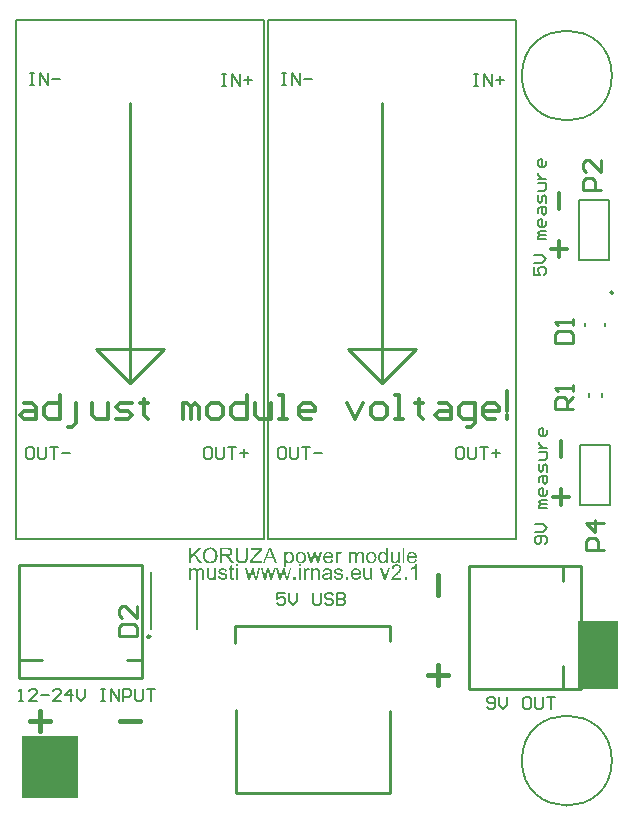
<source format=gto>
%FSAX25Y25*%
%MOIN*%
G70*
G01*
G75*
G04 Layer_Color=65535*
%ADD10R,0.07480X0.08071*%
%ADD11R,0.05118X0.04331*%
%ADD12R,0.12402X0.08858*%
%ADD13C,0.10000*%
%ADD14C,0.05000*%
%ADD15R,0.11024X0.11024*%
G04:AMPARAMS|DCode=16|XSize=236.22mil|YSize=98.43mil|CornerRadius=24.61mil|HoleSize=0mil|Usage=FLASHONLY|Rotation=270.000|XOffset=0mil|YOffset=0mil|HoleType=Round|Shape=RoundedRectangle|*
%AMROUNDEDRECTD16*
21,1,0.23622,0.04921,0,0,270.0*
21,1,0.18701,0.09843,0,0,270.0*
1,1,0.04921,-0.02461,-0.09350*
1,1,0.04921,-0.02461,0.09350*
1,1,0.04921,0.02461,0.09350*
1,1,0.04921,0.02461,-0.09350*
%
%ADD16ROUNDEDRECTD16*%
%ADD17O,0.09843X0.21260*%
%ADD18O,0.19685X0.07874*%
G04:AMPARAMS|DCode=19|XSize=157.48mil|YSize=118.11mil|CornerRadius=29.53mil|HoleSize=0mil|Usage=FLASHONLY|Rotation=270.000|XOffset=0mil|YOffset=0mil|HoleType=Round|Shape=RoundedRectangle|*
%AMROUNDEDRECTD19*
21,1,0.15748,0.05906,0,0,270.0*
21,1,0.09843,0.11811,0,0,270.0*
1,1,0.05906,-0.02953,-0.04921*
1,1,0.05906,-0.02953,0.04921*
1,1,0.05906,0.02953,0.04921*
1,1,0.05906,0.02953,-0.04921*
%
%ADD19ROUNDEDRECTD19*%
%ADD20O,0.25590X0.07874*%
G04:AMPARAMS|DCode=21|XSize=236.22mil|YSize=98.43mil|CornerRadius=24.61mil|HoleSize=0mil|Usage=FLASHONLY|Rotation=0.000|XOffset=0mil|YOffset=0mil|HoleType=Round|Shape=RoundedRectangle|*
%AMROUNDEDRECTD21*
21,1,0.23622,0.04921,0,0,0.0*
21,1,0.18701,0.09843,0,0,0.0*
1,1,0.04921,0.09350,-0.02461*
1,1,0.04921,-0.09350,-0.02461*
1,1,0.04921,-0.09350,0.02461*
1,1,0.04921,0.09350,0.02461*
%
%ADD21ROUNDEDRECTD21*%
%ADD22O,0.21260X0.09843*%
%ADD23O,0.07874X0.19685*%
G04:AMPARAMS|DCode=24|XSize=157.48mil|YSize=118.11mil|CornerRadius=29.53mil|HoleSize=0mil|Usage=FLASHONLY|Rotation=0.000|XOffset=0mil|YOffset=0mil|HoleType=Round|Shape=RoundedRectangle|*
%AMROUNDEDRECTD24*
21,1,0.15748,0.05906,0,0,0.0*
21,1,0.09843,0.11811,0,0,0.0*
1,1,0.05906,0.04921,-0.02953*
1,1,0.05906,-0.04921,-0.02953*
1,1,0.05906,-0.04921,0.02953*
1,1,0.05906,0.04921,0.02953*
%
%ADD24ROUNDEDRECTD24*%
%ADD25O,0.07874X0.25590*%
%ADD26R,0.15748X0.19685*%
%ADD27R,0.05906X0.09843*%
%ADD28C,0.06000*%
%ADD29C,0.25000*%
%ADD30R,0.05906X0.05906*%
%ADD31C,0.05906*%
%ADD32R,0.06394X0.06394*%
%ADD33C,0.07087*%
%ADD34C,0.00500*%
%ADD35C,0.00787*%
%ADD36C,0.00984*%
%ADD37C,0.01000*%
%ADD38C,0.00800*%
%ADD39C,0.01200*%
%ADD40C,0.01600*%
%ADD41R,0.13500X0.22500*%
%ADD42R,0.18500X0.21000*%
G36*
X0597453Y0306776D02*
X0597539Y0306760D01*
X0597633Y0306729D01*
X0597742Y0306698D01*
X0597859Y0306643D01*
X0597984Y0306573D01*
X0597758Y0305995D01*
X0597750Y0306003D01*
X0597719Y0306018D01*
X0597672Y0306042D01*
X0597617Y0306065D01*
X0597547Y0306089D01*
X0597469Y0306112D01*
X0597383Y0306128D01*
X0597297Y0306136D01*
X0597266D01*
X0597227Y0306128D01*
X0597172Y0306120D01*
X0597117Y0306104D01*
X0597055Y0306081D01*
X0596992Y0306050D01*
X0596930Y0306011D01*
X0596922Y0306003D01*
X0596907Y0305987D01*
X0596875Y0305956D01*
X0596844Y0305917D01*
X0596805Y0305870D01*
X0596766Y0305807D01*
X0596735Y0305737D01*
X0596703Y0305659D01*
X0596696Y0305644D01*
X0596688Y0305605D01*
X0596672Y0305534D01*
X0596657Y0305440D01*
X0596633Y0305331D01*
X0596618Y0305206D01*
X0596610Y0305073D01*
X0596602Y0304925D01*
Y0302980D01*
X0595969D01*
Y0306698D01*
X0596539D01*
Y0306143D01*
X0596547Y0306151D01*
X0596579Y0306198D01*
X0596618Y0306268D01*
X0596664Y0306346D01*
X0596727Y0306432D01*
X0596797Y0306518D01*
X0596860Y0306596D01*
X0596930Y0306651D01*
X0596938Y0306659D01*
X0596961Y0306674D01*
X0597000Y0306690D01*
X0597055Y0306721D01*
X0597110Y0306745D01*
X0597180Y0306760D01*
X0597258Y0306776D01*
X0597336Y0306784D01*
X0597391D01*
X0597453Y0306776D01*
D02*
G37*
G36*
X0580669Y0306768D02*
X0580779Y0306752D01*
X0580912Y0306721D01*
X0581052Y0306682D01*
X0581193Y0306620D01*
X0581333Y0306534D01*
X0581341D01*
X0581349Y0306526D01*
X0581396Y0306487D01*
X0581458Y0306432D01*
X0581544Y0306354D01*
X0581630Y0306260D01*
X0581724Y0306136D01*
X0581810Y0306003D01*
X0581888Y0305839D01*
Y0305831D01*
X0581896Y0305815D01*
X0581904Y0305792D01*
X0581919Y0305761D01*
X0581935Y0305722D01*
X0581950Y0305667D01*
X0581982Y0305550D01*
X0582013Y0305401D01*
X0582044Y0305237D01*
X0582067Y0305058D01*
X0582075Y0304862D01*
Y0304855D01*
Y0304839D01*
Y0304808D01*
Y0304769D01*
X0582067Y0304714D01*
Y0304660D01*
X0582052Y0304519D01*
X0582021Y0304363D01*
X0581989Y0304191D01*
X0581935Y0304011D01*
X0581864Y0303832D01*
Y0303824D01*
X0581857Y0303808D01*
X0581841Y0303785D01*
X0581825Y0303753D01*
X0581778Y0303675D01*
X0581716Y0303574D01*
X0581630Y0303465D01*
X0581529Y0303347D01*
X0581411Y0303238D01*
X0581271Y0303136D01*
X0581263D01*
X0581255Y0303129D01*
X0581232Y0303113D01*
X0581201Y0303098D01*
X0581122Y0303058D01*
X0581021Y0303019D01*
X0580896Y0302973D01*
X0580763Y0302933D01*
X0580607Y0302902D01*
X0580451Y0302894D01*
X0580396D01*
X0580341Y0302902D01*
X0580263Y0302910D01*
X0580177Y0302926D01*
X0580084Y0302949D01*
X0579982Y0302980D01*
X0579888Y0303019D01*
X0579881Y0303027D01*
X0579849Y0303043D01*
X0579803Y0303074D01*
X0579748Y0303113D01*
X0579678Y0303160D01*
X0579615Y0303215D01*
X0579545Y0303285D01*
X0579482Y0303355D01*
Y0301559D01*
X0578850D01*
Y0306698D01*
X0579428D01*
Y0306214D01*
X0579435Y0306229D01*
X0579459Y0306260D01*
X0579506Y0306307D01*
X0579561Y0306370D01*
X0579623Y0306440D01*
X0579701Y0306510D01*
X0579787Y0306581D01*
X0579881Y0306635D01*
X0579896Y0306643D01*
X0579927Y0306659D01*
X0579982Y0306682D01*
X0580053Y0306714D01*
X0580146Y0306737D01*
X0580248Y0306760D01*
X0580365Y0306776D01*
X0580498Y0306784D01*
X0580576D01*
X0580669Y0306768D01*
D02*
G37*
G36*
X0604334Y0306776D02*
X0604381D01*
X0604435Y0306768D01*
X0604553Y0306745D01*
X0604693Y0306706D01*
X0604834Y0306651D01*
X0604966Y0306573D01*
X0605091Y0306471D01*
X0605107Y0306456D01*
X0605138Y0306417D01*
X0605185Y0306339D01*
X0605248Y0306237D01*
X0605302Y0306104D01*
X0605349Y0305948D01*
X0605380Y0305753D01*
X0605396Y0305644D01*
Y0305526D01*
Y0302980D01*
X0604763D01*
Y0305315D01*
Y0305323D01*
Y0305331D01*
Y0305378D01*
Y0305448D01*
X0604755Y0305526D01*
X0604740Y0305706D01*
X0604724Y0305792D01*
X0604701Y0305862D01*
Y0305870D01*
X0604685Y0305893D01*
X0604670Y0305925D01*
X0604646Y0305964D01*
X0604615Y0306003D01*
X0604576Y0306050D01*
X0604529Y0306097D01*
X0604474Y0306136D01*
X0604467Y0306143D01*
X0604443Y0306151D01*
X0604412Y0306167D01*
X0604373Y0306190D01*
X0604318Y0306206D01*
X0604248Y0306222D01*
X0604178Y0306229D01*
X0604100Y0306237D01*
X0604037D01*
X0603959Y0306222D01*
X0603873Y0306206D01*
X0603771Y0306175D01*
X0603662Y0306128D01*
X0603545Y0306058D01*
X0603443Y0305972D01*
X0603436Y0305956D01*
X0603404Y0305925D01*
X0603365Y0305862D01*
X0603319Y0305768D01*
X0603264Y0305651D01*
X0603225Y0305511D01*
X0603194Y0305339D01*
X0603186Y0305136D01*
Y0302980D01*
X0602553D01*
Y0305394D01*
Y0305401D01*
Y0305409D01*
Y0305433D01*
Y0305464D01*
X0602545Y0305542D01*
X0602537Y0305628D01*
X0602514Y0305737D01*
X0602491Y0305839D01*
X0602452Y0305940D01*
X0602397Y0306026D01*
X0602389Y0306034D01*
X0602366Y0306058D01*
X0602334Y0306097D01*
X0602280Y0306136D01*
X0602210Y0306167D01*
X0602124Y0306206D01*
X0602022Y0306229D01*
X0601897Y0306237D01*
X0601850D01*
X0601803Y0306229D01*
X0601733Y0306222D01*
X0601663Y0306206D01*
X0601577Y0306175D01*
X0601491Y0306143D01*
X0601405Y0306097D01*
X0601397Y0306089D01*
X0601366Y0306073D01*
X0601327Y0306034D01*
X0601280Y0305995D01*
X0601225Y0305932D01*
X0601171Y0305862D01*
X0601124Y0305776D01*
X0601077Y0305683D01*
X0601069Y0305667D01*
X0601061Y0305636D01*
X0601046Y0305573D01*
X0601030Y0305487D01*
X0601007Y0305378D01*
X0600991Y0305245D01*
X0600983Y0305089D01*
X0600976Y0304909D01*
Y0302980D01*
X0600343D01*
Y0306698D01*
X0600905D01*
Y0306175D01*
X0600913Y0306190D01*
X0600936Y0306222D01*
X0600976Y0306268D01*
X0601030Y0306331D01*
X0601093Y0306401D01*
X0601171Y0306471D01*
X0601264Y0306550D01*
X0601366Y0306612D01*
X0601382Y0306620D01*
X0601421Y0306635D01*
X0601483Y0306667D01*
X0601561Y0306698D01*
X0601663Y0306729D01*
X0601772Y0306760D01*
X0601905Y0306776D01*
X0602038Y0306784D01*
X0602108D01*
X0602186Y0306776D01*
X0602280Y0306760D01*
X0602381Y0306745D01*
X0602498Y0306714D01*
X0602608Y0306667D01*
X0602709Y0306612D01*
X0602725Y0306604D01*
X0602756Y0306581D01*
X0602803Y0306542D01*
X0602858Y0306487D01*
X0602920Y0306417D01*
X0602983Y0306339D01*
X0603037Y0306237D01*
X0603084Y0306128D01*
X0603092Y0306136D01*
X0603108Y0306159D01*
X0603131Y0306190D01*
X0603162Y0306229D01*
X0603209Y0306284D01*
X0603264Y0306339D01*
X0603326Y0306393D01*
X0603397Y0306456D01*
X0603475Y0306518D01*
X0603561Y0306573D01*
X0603764Y0306682D01*
X0603873Y0306721D01*
X0603990Y0306752D01*
X0604107Y0306776D01*
X0604240Y0306784D01*
X0604295D01*
X0604334Y0306776D01*
D02*
G37*
G36*
X0590291Y0302980D02*
X0589643D01*
X0589057Y0305198D01*
X0588909Y0305839D01*
X0588152Y0302980D01*
X0587480D01*
X0586363Y0306698D01*
X0587027D01*
X0587613Y0304550D01*
X0587823Y0303753D01*
Y0303761D01*
X0587831Y0303777D01*
X0587839Y0303808D01*
X0587847Y0303832D01*
X0587855Y0303871D01*
X0587862Y0303910D01*
X0587878Y0303964D01*
X0587894Y0304027D01*
X0587909Y0304097D01*
X0587933Y0304183D01*
X0587956Y0304285D01*
X0587988Y0304394D01*
X0588019Y0304519D01*
X0588612Y0306698D01*
X0589253D01*
X0589815Y0304535D01*
X0589995Y0303824D01*
X0590205Y0304542D01*
X0590854Y0306698D01*
X0591463D01*
X0590291Y0302980D01*
D02*
G37*
G36*
X0549062Y0306026D02*
X0551312Y0302980D01*
X0550414D01*
X0548586Y0305565D01*
X0547750Y0304761D01*
Y0302980D01*
X0547071D01*
Y0308112D01*
X0547750D01*
Y0305573D01*
X0550296Y0308112D01*
X0551218D01*
X0549062Y0306026D01*
D02*
G37*
G36*
X0563238Y0297480D02*
X0562605D01*
Y0301198D01*
X0563238D01*
Y0297480D01*
D02*
G37*
G36*
X0582591D02*
X0581872D01*
Y0298199D01*
X0582591D01*
Y0297480D01*
D02*
G37*
G36*
X0561347Y0301198D02*
X0561980D01*
Y0300706D01*
X0561347D01*
Y0298527D01*
Y0298519D01*
Y0298488D01*
Y0298441D01*
X0561355Y0298386D01*
X0561363Y0298269D01*
X0561371Y0298222D01*
X0561379Y0298183D01*
X0561387Y0298168D01*
X0561402Y0298136D01*
X0561434Y0298097D01*
X0561480Y0298058D01*
X0561496Y0298050D01*
X0561535Y0298043D01*
X0561605Y0298027D01*
X0561699Y0298019D01*
X0561777D01*
X0561816Y0298027D01*
X0561863D01*
X0561980Y0298043D01*
X0562066Y0297488D01*
X0562050D01*
X0562019Y0297480D01*
X0561972Y0297473D01*
X0561902Y0297465D01*
X0561832Y0297449D01*
X0561754Y0297441D01*
X0561590Y0297433D01*
X0561535D01*
X0561473Y0297441D01*
X0561394Y0297449D01*
X0561308Y0297457D01*
X0561215Y0297480D01*
X0561129Y0297504D01*
X0561051Y0297535D01*
X0561043Y0297543D01*
X0561020Y0297558D01*
X0560988Y0297582D01*
X0560949Y0297613D01*
X0560902Y0297652D01*
X0560863Y0297699D01*
X0560816Y0297754D01*
X0560785Y0297816D01*
Y0297824D01*
X0560777Y0297855D01*
X0560762Y0297902D01*
X0560754Y0297980D01*
X0560738Y0298082D01*
X0560731Y0298136D01*
X0560723Y0298207D01*
Y0298285D01*
X0560715Y0298371D01*
Y0298464D01*
Y0298566D01*
Y0300706D01*
X0560246D01*
Y0301198D01*
X0560715D01*
Y0302112D01*
X0561347Y0302494D01*
Y0301198D01*
D02*
G37*
G36*
X0613284Y0302980D02*
X0612698D01*
Y0303441D01*
X0612690Y0303433D01*
X0612683Y0303418D01*
X0612659Y0303394D01*
X0612628Y0303355D01*
X0612597Y0303316D01*
X0612550Y0303269D01*
X0612495Y0303222D01*
X0612433Y0303168D01*
X0612362Y0303121D01*
X0612284Y0303066D01*
X0612198Y0303019D01*
X0612113Y0302980D01*
X0612011Y0302941D01*
X0611902Y0302918D01*
X0611785Y0302902D01*
X0611660Y0302894D01*
X0611613D01*
X0611582Y0302902D01*
X0611496Y0302910D01*
X0611394Y0302926D01*
X0611261Y0302957D01*
X0611129Y0302996D01*
X0610980Y0303058D01*
X0610840Y0303136D01*
X0610832D01*
X0610824Y0303144D01*
X0610777Y0303183D01*
X0610715Y0303238D01*
X0610629Y0303316D01*
X0610543Y0303410D01*
X0610441Y0303527D01*
X0610355Y0303660D01*
X0610269Y0303816D01*
Y0303824D01*
X0610262Y0303839D01*
X0610254Y0303863D01*
X0610238Y0303894D01*
X0610222Y0303933D01*
X0610207Y0303988D01*
X0610168Y0304113D01*
X0610129Y0304261D01*
X0610098Y0304433D01*
X0610074Y0304620D01*
X0610066Y0304831D01*
Y0304839D01*
Y0304855D01*
Y0304886D01*
Y0304925D01*
X0610074Y0304972D01*
Y0305034D01*
X0610090Y0305167D01*
X0610113Y0305323D01*
X0610144Y0305487D01*
X0610183Y0305667D01*
X0610246Y0305839D01*
Y0305847D01*
X0610254Y0305862D01*
X0610269Y0305886D01*
X0610285Y0305917D01*
X0610324Y0305995D01*
X0610387Y0306097D01*
X0610465Y0306214D01*
X0610558Y0306331D01*
X0610668Y0306440D01*
X0610801Y0306542D01*
X0610808D01*
X0610816Y0306550D01*
X0610863Y0306581D01*
X0610941Y0306620D01*
X0611043Y0306667D01*
X0611167Y0306706D01*
X0611308Y0306745D01*
X0611464Y0306776D01*
X0611628Y0306784D01*
X0611683D01*
X0611746Y0306776D01*
X0611831Y0306768D01*
X0611917Y0306745D01*
X0612019Y0306721D01*
X0612120Y0306682D01*
X0612222Y0306635D01*
X0612238Y0306628D01*
X0612269Y0306612D01*
X0612316Y0306581D01*
X0612378Y0306534D01*
X0612441Y0306487D01*
X0612519Y0306424D01*
X0612589Y0306346D01*
X0612651Y0306268D01*
Y0308112D01*
X0613284D01*
Y0302980D01*
D02*
G37*
G36*
X0602850Y0301276D02*
X0602912Y0301268D01*
X0602990Y0301260D01*
X0603069Y0301245D01*
X0603162Y0301221D01*
X0603350Y0301159D01*
X0603451Y0301120D01*
X0603553Y0301065D01*
X0603654Y0301010D01*
X0603756Y0300940D01*
X0603850Y0300862D01*
X0603943Y0300768D01*
X0603951Y0300761D01*
X0603967Y0300745D01*
X0603990Y0300714D01*
X0604021Y0300675D01*
X0604053Y0300620D01*
X0604092Y0300557D01*
X0604139Y0300487D01*
X0604185Y0300401D01*
X0604224Y0300300D01*
X0604271Y0300198D01*
X0604310Y0300081D01*
X0604349Y0299948D01*
X0604373Y0299816D01*
X0604396Y0299667D01*
X0604412Y0299511D01*
X0604420Y0299339D01*
Y0299331D01*
Y0299300D01*
Y0299245D01*
X0604412Y0299175D01*
X0601647D01*
Y0299167D01*
Y0299152D01*
X0601655Y0299113D01*
Y0299074D01*
X0601663Y0299019D01*
X0601671Y0298964D01*
X0601702Y0298824D01*
X0601749Y0298675D01*
X0601803Y0298519D01*
X0601889Y0298363D01*
X0601991Y0298230D01*
X0602006Y0298214D01*
X0602045Y0298183D01*
X0602116Y0298129D01*
X0602202Y0298074D01*
X0602319Y0298011D01*
X0602452Y0297957D01*
X0602600Y0297925D01*
X0602764Y0297910D01*
X0602826D01*
X0602889Y0297918D01*
X0602967Y0297933D01*
X0603061Y0297957D01*
X0603162Y0297988D01*
X0603264Y0298027D01*
X0603358Y0298090D01*
X0603365Y0298097D01*
X0603397Y0298129D01*
X0603443Y0298168D01*
X0603498Y0298238D01*
X0603561Y0298316D01*
X0603623Y0298417D01*
X0603686Y0298542D01*
X0603748Y0298683D01*
X0604396Y0298597D01*
Y0298589D01*
X0604389Y0298574D01*
X0604381Y0298542D01*
X0604365Y0298503D01*
X0604349Y0298457D01*
X0604326Y0298402D01*
X0604263Y0298269D01*
X0604185Y0298129D01*
X0604092Y0297980D01*
X0603967Y0297832D01*
X0603826Y0297707D01*
X0603818D01*
X0603811Y0297691D01*
X0603787Y0297676D01*
X0603748Y0297660D01*
X0603709Y0297637D01*
X0603662Y0297605D01*
X0603608Y0297582D01*
X0603537Y0297551D01*
X0603389Y0297496D01*
X0603201Y0297441D01*
X0602998Y0297410D01*
X0602764Y0297394D01*
X0602686D01*
X0602631Y0297402D01*
X0602561Y0297410D01*
X0602483Y0297418D01*
X0602397Y0297433D01*
X0602295Y0297457D01*
X0602092Y0297519D01*
X0601983Y0297558D01*
X0601882Y0297605D01*
X0601772Y0297660D01*
X0601671Y0297730D01*
X0601569Y0297808D01*
X0601475Y0297894D01*
X0601468Y0297902D01*
X0601452Y0297918D01*
X0601429Y0297949D01*
X0601405Y0297988D01*
X0601366Y0298035D01*
X0601327Y0298097D01*
X0601280Y0298175D01*
X0601241Y0298261D01*
X0601194Y0298355D01*
X0601147Y0298457D01*
X0601108Y0298574D01*
X0601077Y0298699D01*
X0601046Y0298831D01*
X0601022Y0298980D01*
X0601007Y0299136D01*
X0600999Y0299300D01*
Y0299308D01*
Y0299339D01*
Y0299394D01*
X0601007Y0299456D01*
X0601015Y0299534D01*
X0601022Y0299628D01*
X0601038Y0299730D01*
X0601061Y0299839D01*
X0601116Y0300073D01*
X0601155Y0300190D01*
X0601202Y0300315D01*
X0601257Y0300432D01*
X0601319Y0300550D01*
X0601389Y0300659D01*
X0601475Y0300761D01*
X0601483Y0300768D01*
X0601499Y0300784D01*
X0601522Y0300807D01*
X0601561Y0300846D01*
X0601608Y0300886D01*
X0601671Y0300924D01*
X0601733Y0300971D01*
X0601811Y0301026D01*
X0601897Y0301073D01*
X0601991Y0301120D01*
X0602092Y0301159D01*
X0602210Y0301206D01*
X0602327Y0301237D01*
X0602452Y0301260D01*
X0602584Y0301276D01*
X0602725Y0301284D01*
X0602795D01*
X0602850Y0301276D01*
D02*
G37*
G36*
X0566658Y0305144D02*
Y0305136D01*
Y0305112D01*
Y0305073D01*
Y0305019D01*
X0566650Y0304948D01*
Y0304878D01*
X0566643Y0304792D01*
X0566635Y0304698D01*
X0566611Y0304503D01*
X0566580Y0304300D01*
X0566541Y0304097D01*
X0566479Y0303918D01*
Y0303910D01*
X0566471Y0303894D01*
X0566463Y0303871D01*
X0566447Y0303839D01*
X0566401Y0303761D01*
X0566338Y0303652D01*
X0566252Y0303535D01*
X0566143Y0303410D01*
X0566002Y0303293D01*
X0565846Y0303176D01*
X0565838D01*
X0565823Y0303160D01*
X0565799Y0303152D01*
X0565760Y0303129D01*
X0565721Y0303113D01*
X0565666Y0303090D01*
X0565596Y0303058D01*
X0565526Y0303035D01*
X0565448Y0303011D01*
X0565354Y0302980D01*
X0565260Y0302957D01*
X0565151Y0302941D01*
X0564917Y0302910D01*
X0564651Y0302894D01*
X0564581D01*
X0564534Y0302902D01*
X0564472D01*
X0564401Y0302910D01*
X0564323Y0302918D01*
X0564237Y0302926D01*
X0564050Y0302957D01*
X0563855Y0302996D01*
X0563652Y0303058D01*
X0563472Y0303136D01*
X0563464D01*
X0563448Y0303152D01*
X0563433Y0303160D01*
X0563402Y0303183D01*
X0563316Y0303238D01*
X0563222Y0303324D01*
X0563113Y0303426D01*
X0563011Y0303543D01*
X0562910Y0303691D01*
X0562824Y0303855D01*
Y0303863D01*
X0562816Y0303878D01*
X0562808Y0303902D01*
X0562792Y0303941D01*
X0562777Y0303988D01*
X0562761Y0304050D01*
X0562746Y0304121D01*
X0562730Y0304199D01*
X0562707Y0304285D01*
X0562691Y0304378D01*
X0562675Y0304488D01*
X0562660Y0304597D01*
X0562644Y0304722D01*
X0562636Y0304855D01*
X0562628Y0304995D01*
Y0305144D01*
Y0308112D01*
X0563308D01*
Y0305144D01*
Y0305136D01*
Y0305112D01*
Y0305081D01*
Y0305034D01*
Y0304980D01*
X0563316Y0304917D01*
X0563323Y0304769D01*
X0563339Y0304613D01*
X0563355Y0304449D01*
X0563386Y0304292D01*
X0563402Y0304222D01*
X0563425Y0304160D01*
X0563433Y0304144D01*
X0563448Y0304105D01*
X0563480Y0304050D01*
X0563526Y0303980D01*
X0563581Y0303902D01*
X0563659Y0303816D01*
X0563745Y0303738D01*
X0563855Y0303668D01*
X0563870Y0303660D01*
X0563909Y0303644D01*
X0563972Y0303613D01*
X0564058Y0303590D01*
X0564167Y0303558D01*
X0564292Y0303527D01*
X0564432Y0303511D01*
X0564589Y0303504D01*
X0564659D01*
X0564714Y0303511D01*
X0564776D01*
X0564846Y0303519D01*
X0565003Y0303543D01*
X0565182Y0303590D01*
X0565354Y0303644D01*
X0565518Y0303730D01*
X0565596Y0303777D01*
X0565659Y0303839D01*
Y0303847D01*
X0565674Y0303855D01*
X0565690Y0303878D01*
X0565705Y0303910D01*
X0565737Y0303949D01*
X0565760Y0303996D01*
X0565791Y0304058D01*
X0565823Y0304128D01*
X0565846Y0304214D01*
X0565877Y0304308D01*
X0565909Y0304410D01*
X0565932Y0304535D01*
X0565948Y0304667D01*
X0565963Y0304808D01*
X0565979Y0304972D01*
Y0305144D01*
Y0308112D01*
X0566658D01*
Y0305144D01*
D02*
G37*
G36*
X0607942Y0306776D02*
X0608012Y0306768D01*
X0608083Y0306760D01*
X0608169Y0306745D01*
X0608262Y0306721D01*
X0608458Y0306659D01*
X0608559Y0306620D01*
X0608668Y0306573D01*
X0608770Y0306510D01*
X0608871Y0306440D01*
X0608973Y0306362D01*
X0609067Y0306276D01*
X0609074Y0306268D01*
X0609090Y0306253D01*
X0609114Y0306222D01*
X0609145Y0306182D01*
X0609184Y0306136D01*
X0609223Y0306073D01*
X0609270Y0305995D01*
X0609317Y0305917D01*
X0609356Y0305823D01*
X0609403Y0305714D01*
X0609442Y0305605D01*
X0609481Y0305480D01*
X0609512Y0305347D01*
X0609535Y0305198D01*
X0609551Y0305050D01*
X0609559Y0304886D01*
Y0304878D01*
Y0304855D01*
Y0304816D01*
Y0304769D01*
X0609551Y0304706D01*
Y0304636D01*
X0609543Y0304558D01*
X0609535Y0304472D01*
X0609504Y0304292D01*
X0609465Y0304105D01*
X0609410Y0303918D01*
X0609340Y0303753D01*
Y0303746D01*
X0609332Y0303738D01*
X0609301Y0303683D01*
X0609246Y0303613D01*
X0609176Y0303519D01*
X0609090Y0303418D01*
X0608981Y0303316D01*
X0608856Y0303215D01*
X0608707Y0303121D01*
X0608700D01*
X0608692Y0303113D01*
X0608668Y0303098D01*
X0608637Y0303090D01*
X0608551Y0303051D01*
X0608442Y0303011D01*
X0608309Y0302965D01*
X0608161Y0302933D01*
X0607997Y0302902D01*
X0607817Y0302894D01*
X0607739D01*
X0607684Y0302902D01*
X0607622Y0302910D01*
X0607544Y0302918D01*
X0607458Y0302933D01*
X0607364Y0302957D01*
X0607169Y0303019D01*
X0607059Y0303058D01*
X0606958Y0303105D01*
X0606849Y0303160D01*
X0606747Y0303230D01*
X0606646Y0303308D01*
X0606552Y0303394D01*
X0606544Y0303402D01*
X0606528Y0303418D01*
X0606505Y0303449D01*
X0606482Y0303488D01*
X0606442Y0303543D01*
X0606403Y0303605D01*
X0606357Y0303675D01*
X0606318Y0303761D01*
X0606271Y0303863D01*
X0606224Y0303964D01*
X0606185Y0304089D01*
X0606153Y0304214D01*
X0606122Y0304355D01*
X0606099Y0304503D01*
X0606083Y0304667D01*
X0606075Y0304839D01*
Y0304855D01*
Y0304886D01*
X0606083Y0304941D01*
Y0305011D01*
X0606091Y0305097D01*
X0606107Y0305190D01*
X0606122Y0305300D01*
X0606146Y0305417D01*
X0606177Y0305542D01*
X0606216Y0305667D01*
X0606263Y0305792D01*
X0606318Y0305917D01*
X0606380Y0306042D01*
X0606458Y0306159D01*
X0606544Y0306268D01*
X0606646Y0306370D01*
X0606653Y0306378D01*
X0606669Y0306385D01*
X0606692Y0306409D01*
X0606732Y0306432D01*
X0606778Y0306464D01*
X0606833Y0306503D01*
X0606895Y0306542D01*
X0606974Y0306581D01*
X0607052Y0306612D01*
X0607138Y0306651D01*
X0607341Y0306721D01*
X0607567Y0306768D01*
X0607692Y0306776D01*
X0607817Y0306784D01*
X0607887D01*
X0607942Y0306776D01*
D02*
G37*
G36*
X0621500D02*
X0621563Y0306768D01*
X0621641Y0306760D01*
X0621719Y0306745D01*
X0621813Y0306721D01*
X0622000Y0306659D01*
X0622101Y0306620D01*
X0622203Y0306565D01*
X0622305Y0306510D01*
X0622406Y0306440D01*
X0622500Y0306362D01*
X0622594Y0306268D01*
X0622601Y0306260D01*
X0622617Y0306245D01*
X0622640Y0306214D01*
X0622672Y0306175D01*
X0622703Y0306120D01*
X0622742Y0306058D01*
X0622789Y0305987D01*
X0622836Y0305901D01*
X0622875Y0305800D01*
X0622922Y0305698D01*
X0622961Y0305581D01*
X0623000Y0305448D01*
X0623023Y0305315D01*
X0623047Y0305167D01*
X0623062Y0305011D01*
X0623070Y0304839D01*
Y0304831D01*
Y0304800D01*
Y0304745D01*
X0623062Y0304675D01*
X0620297D01*
Y0304667D01*
Y0304652D01*
X0620305Y0304613D01*
Y0304573D01*
X0620313Y0304519D01*
X0620321Y0304464D01*
X0620352Y0304324D01*
X0620399Y0304175D01*
X0620454Y0304019D01*
X0620540Y0303863D01*
X0620641Y0303730D01*
X0620657Y0303714D01*
X0620696Y0303683D01*
X0620766Y0303628D01*
X0620852Y0303574D01*
X0620969Y0303511D01*
X0621102Y0303457D01*
X0621250Y0303426D01*
X0621414Y0303410D01*
X0621477D01*
X0621539Y0303418D01*
X0621617Y0303433D01*
X0621711Y0303457D01*
X0621813Y0303488D01*
X0621914Y0303527D01*
X0622008Y0303590D01*
X0622016Y0303597D01*
X0622047Y0303628D01*
X0622094Y0303668D01*
X0622148Y0303738D01*
X0622211Y0303816D01*
X0622273Y0303918D01*
X0622336Y0304043D01*
X0622398Y0304183D01*
X0623047Y0304097D01*
Y0304089D01*
X0623039Y0304074D01*
X0623031Y0304043D01*
X0623015Y0304003D01*
X0623000Y0303957D01*
X0622976Y0303902D01*
X0622914Y0303769D01*
X0622836Y0303628D01*
X0622742Y0303480D01*
X0622617Y0303332D01*
X0622476Y0303207D01*
X0622469D01*
X0622461Y0303191D01*
X0622437Y0303176D01*
X0622398Y0303160D01*
X0622359Y0303136D01*
X0622312Y0303105D01*
X0622258Y0303082D01*
X0622187Y0303051D01*
X0622039Y0302996D01*
X0621852Y0302941D01*
X0621649Y0302910D01*
X0621414Y0302894D01*
X0621336D01*
X0621281Y0302902D01*
X0621211Y0302910D01*
X0621133Y0302918D01*
X0621047Y0302933D01*
X0620946Y0302957D01*
X0620743Y0303019D01*
X0620633Y0303058D01*
X0620532Y0303105D01*
X0620422Y0303160D01*
X0620321Y0303230D01*
X0620219Y0303308D01*
X0620126Y0303394D01*
X0620118Y0303402D01*
X0620102Y0303418D01*
X0620079Y0303449D01*
X0620055Y0303488D01*
X0620016Y0303535D01*
X0619977Y0303597D01*
X0619930Y0303675D01*
X0619891Y0303761D01*
X0619844Y0303855D01*
X0619798Y0303957D01*
X0619759Y0304074D01*
X0619727Y0304199D01*
X0619696Y0304331D01*
X0619673Y0304480D01*
X0619657Y0304636D01*
X0619649Y0304800D01*
Y0304808D01*
Y0304839D01*
Y0304894D01*
X0619657Y0304956D01*
X0619665Y0305034D01*
X0619673Y0305128D01*
X0619688Y0305230D01*
X0619712Y0305339D01*
X0619766Y0305573D01*
X0619805Y0305690D01*
X0619852Y0305815D01*
X0619907Y0305932D01*
X0619969Y0306050D01*
X0620040Y0306159D01*
X0620126Y0306260D01*
X0620133Y0306268D01*
X0620149Y0306284D01*
X0620173Y0306307D01*
X0620212Y0306346D01*
X0620258Y0306385D01*
X0620321Y0306424D01*
X0620383Y0306471D01*
X0620461Y0306526D01*
X0620547Y0306573D01*
X0620641Y0306620D01*
X0620743Y0306659D01*
X0620860Y0306706D01*
X0620977Y0306737D01*
X0621102Y0306760D01*
X0621235Y0306776D01*
X0621375Y0306784D01*
X0621446D01*
X0621500Y0306776D01*
D02*
G37*
G36*
X0593634D02*
X0593697Y0306768D01*
X0593775Y0306760D01*
X0593853Y0306745D01*
X0593947Y0306721D01*
X0594134Y0306659D01*
X0594236Y0306620D01*
X0594337Y0306565D01*
X0594439Y0306510D01*
X0594540Y0306440D01*
X0594634Y0306362D01*
X0594728Y0306268D01*
X0594735Y0306260D01*
X0594751Y0306245D01*
X0594774Y0306214D01*
X0594806Y0306175D01*
X0594837Y0306120D01*
X0594876Y0306058D01*
X0594923Y0305987D01*
X0594970Y0305901D01*
X0595009Y0305800D01*
X0595055Y0305698D01*
X0595095Y0305581D01*
X0595134Y0305448D01*
X0595157Y0305315D01*
X0595181Y0305167D01*
X0595196Y0305011D01*
X0595204Y0304839D01*
Y0304831D01*
Y0304800D01*
Y0304745D01*
X0595196Y0304675D01*
X0592431D01*
Y0304667D01*
Y0304652D01*
X0592439Y0304613D01*
Y0304573D01*
X0592447Y0304519D01*
X0592455Y0304464D01*
X0592486Y0304324D01*
X0592533Y0304175D01*
X0592588Y0304019D01*
X0592673Y0303863D01*
X0592775Y0303730D01*
X0592791Y0303714D01*
X0592830Y0303683D01*
X0592900Y0303628D01*
X0592986Y0303574D01*
X0593103Y0303511D01*
X0593236Y0303457D01*
X0593384Y0303426D01*
X0593548Y0303410D01*
X0593611D01*
X0593673Y0303418D01*
X0593751Y0303433D01*
X0593845Y0303457D01*
X0593947Y0303488D01*
X0594048Y0303527D01*
X0594142Y0303590D01*
X0594149Y0303597D01*
X0594181Y0303628D01*
X0594228Y0303668D01*
X0594282Y0303738D01*
X0594345Y0303816D01*
X0594407Y0303918D01*
X0594470Y0304043D01*
X0594532Y0304183D01*
X0595181Y0304097D01*
Y0304089D01*
X0595173Y0304074D01*
X0595165Y0304043D01*
X0595149Y0304003D01*
X0595134Y0303957D01*
X0595110Y0303902D01*
X0595048Y0303769D01*
X0594970Y0303628D01*
X0594876Y0303480D01*
X0594751Y0303332D01*
X0594610Y0303207D01*
X0594602D01*
X0594595Y0303191D01*
X0594571Y0303176D01*
X0594532Y0303160D01*
X0594493Y0303136D01*
X0594446Y0303105D01*
X0594392Y0303082D01*
X0594321Y0303051D01*
X0594173Y0302996D01*
X0593986Y0302941D01*
X0593783Y0302910D01*
X0593548Y0302894D01*
X0593470D01*
X0593415Y0302902D01*
X0593345Y0302910D01*
X0593267Y0302918D01*
X0593181Y0302933D01*
X0593080Y0302957D01*
X0592876Y0303019D01*
X0592767Y0303058D01*
X0592666Y0303105D01*
X0592556Y0303160D01*
X0592455Y0303230D01*
X0592353Y0303308D01*
X0592260Y0303394D01*
X0592252Y0303402D01*
X0592236Y0303418D01*
X0592213Y0303449D01*
X0592189Y0303488D01*
X0592150Y0303535D01*
X0592111Y0303597D01*
X0592064Y0303675D01*
X0592025Y0303761D01*
X0591978Y0303855D01*
X0591931Y0303957D01*
X0591892Y0304074D01*
X0591861Y0304199D01*
X0591830Y0304331D01*
X0591807Y0304480D01*
X0591791Y0304636D01*
X0591783Y0304800D01*
Y0304808D01*
Y0304839D01*
Y0304894D01*
X0591791Y0304956D01*
X0591799Y0305034D01*
X0591807Y0305128D01*
X0591822Y0305230D01*
X0591846Y0305339D01*
X0591900Y0305573D01*
X0591939Y0305690D01*
X0591986Y0305815D01*
X0592041Y0305932D01*
X0592103Y0306050D01*
X0592174Y0306159D01*
X0592260Y0306260D01*
X0592267Y0306268D01*
X0592283Y0306284D01*
X0592306Y0306307D01*
X0592345Y0306346D01*
X0592392Y0306385D01*
X0592455Y0306424D01*
X0592517Y0306471D01*
X0592595Y0306526D01*
X0592681Y0306573D01*
X0592775Y0306620D01*
X0592876Y0306659D01*
X0592994Y0306706D01*
X0593111Y0306737D01*
X0593236Y0306760D01*
X0593368Y0306776D01*
X0593509Y0306784D01*
X0593579D01*
X0593634Y0306776D01*
D02*
G37*
G36*
X0554240Y0308190D02*
X0554303D01*
X0554381Y0308182D01*
X0554459Y0308166D01*
X0554553Y0308158D01*
X0554748Y0308112D01*
X0554967Y0308049D01*
X0555186Y0307971D01*
X0555295Y0307916D01*
X0555404Y0307854D01*
X0555412D01*
X0555428Y0307838D01*
X0555459Y0307822D01*
X0555498Y0307791D01*
X0555545Y0307760D01*
X0555599Y0307713D01*
X0555724Y0307612D01*
X0555865Y0307479D01*
X0556013Y0307315D01*
X0556146Y0307127D01*
X0556271Y0306909D01*
Y0306901D01*
X0556287Y0306877D01*
X0556302Y0306846D01*
X0556318Y0306799D01*
X0556341Y0306745D01*
X0556365Y0306674D01*
X0556396Y0306596D01*
X0556427Y0306510D01*
X0556451Y0306409D01*
X0556482Y0306307D01*
X0556529Y0306073D01*
X0556560Y0305815D01*
X0556576Y0305534D01*
Y0305526D01*
Y0305503D01*
Y0305456D01*
X0556568Y0305401D01*
Y0305331D01*
X0556560Y0305253D01*
X0556552Y0305167D01*
X0556537Y0305066D01*
X0556497Y0304847D01*
X0556443Y0304613D01*
X0556365Y0304370D01*
X0556255Y0304136D01*
Y0304128D01*
X0556240Y0304113D01*
X0556224Y0304082D01*
X0556201Y0304035D01*
X0556162Y0303988D01*
X0556123Y0303925D01*
X0556029Y0303793D01*
X0555904Y0303644D01*
X0555748Y0303488D01*
X0555568Y0303340D01*
X0555365Y0303207D01*
X0555357D01*
X0555342Y0303191D01*
X0555310Y0303176D01*
X0555264Y0303160D01*
X0555209Y0303136D01*
X0555146Y0303105D01*
X0555076Y0303082D01*
X0554990Y0303051D01*
X0554811Y0302996D01*
X0554600Y0302941D01*
X0554365Y0302910D01*
X0554123Y0302894D01*
X0554053D01*
X0553998Y0302902D01*
X0553936D01*
X0553866Y0302910D01*
X0553780Y0302926D01*
X0553686Y0302941D01*
X0553491Y0302980D01*
X0553272Y0303043D01*
X0553046Y0303129D01*
X0552936Y0303176D01*
X0552827Y0303238D01*
X0552819Y0303246D01*
X0552803Y0303254D01*
X0552772Y0303277D01*
X0552733Y0303300D01*
X0552686Y0303340D01*
X0552632Y0303379D01*
X0552507Y0303488D01*
X0552366Y0303628D01*
X0552218Y0303785D01*
X0552085Y0303980D01*
X0551960Y0304191D01*
Y0304199D01*
X0551944Y0304222D01*
X0551936Y0304253D01*
X0551913Y0304300D01*
X0551890Y0304355D01*
X0551866Y0304417D01*
X0551843Y0304495D01*
X0551819Y0304581D01*
X0551788Y0304675D01*
X0551765Y0304769D01*
X0551718Y0304988D01*
X0551687Y0305222D01*
X0551671Y0305472D01*
Y0305487D01*
Y0305526D01*
X0551679Y0305597D01*
Y0305683D01*
X0551694Y0305792D01*
X0551710Y0305917D01*
X0551726Y0306050D01*
X0551757Y0306206D01*
X0551796Y0306362D01*
X0551835Y0306526D01*
X0551890Y0306690D01*
X0551960Y0306854D01*
X0552038Y0307018D01*
X0552124Y0307182D01*
X0552233Y0307330D01*
X0552350Y0307471D01*
X0552358Y0307479D01*
X0552382Y0307502D01*
X0552421Y0307541D01*
X0552475Y0307588D01*
X0552546Y0307643D01*
X0552624Y0307698D01*
X0552717Y0307768D01*
X0552827Y0307838D01*
X0552952Y0307901D01*
X0553085Y0307971D01*
X0553233Y0308026D01*
X0553389Y0308088D01*
X0553553Y0308127D01*
X0553733Y0308166D01*
X0553928Y0308190D01*
X0554123Y0308197D01*
X0554194D01*
X0554240Y0308190D01*
D02*
G37*
G36*
X0584465Y0306776D02*
X0584535Y0306768D01*
X0584606Y0306760D01*
X0584692Y0306745D01*
X0584785Y0306721D01*
X0584981Y0306659D01*
X0585082Y0306620D01*
X0585191Y0306573D01*
X0585293Y0306510D01*
X0585394Y0306440D01*
X0585496Y0306362D01*
X0585590Y0306276D01*
X0585598Y0306268D01*
X0585613Y0306253D01*
X0585637Y0306222D01*
X0585668Y0306182D01*
X0585707Y0306136D01*
X0585746Y0306073D01*
X0585793Y0305995D01*
X0585840Y0305917D01*
X0585879Y0305823D01*
X0585926Y0305714D01*
X0585965Y0305605D01*
X0586004Y0305480D01*
X0586035Y0305347D01*
X0586058Y0305198D01*
X0586074Y0305050D01*
X0586082Y0304886D01*
Y0304878D01*
Y0304855D01*
Y0304816D01*
Y0304769D01*
X0586074Y0304706D01*
Y0304636D01*
X0586066Y0304558D01*
X0586058Y0304472D01*
X0586027Y0304292D01*
X0585988Y0304105D01*
X0585933Y0303918D01*
X0585863Y0303753D01*
Y0303746D01*
X0585855Y0303738D01*
X0585824Y0303683D01*
X0585769Y0303613D01*
X0585699Y0303519D01*
X0585613Y0303418D01*
X0585504Y0303316D01*
X0585379Y0303215D01*
X0585230Y0303121D01*
X0585223D01*
X0585215Y0303113D01*
X0585191Y0303098D01*
X0585160Y0303090D01*
X0585074Y0303051D01*
X0584965Y0303011D01*
X0584832Y0302965D01*
X0584684Y0302933D01*
X0584520Y0302902D01*
X0584340Y0302894D01*
X0584262D01*
X0584207Y0302902D01*
X0584145Y0302910D01*
X0584067Y0302918D01*
X0583981Y0302933D01*
X0583887Y0302957D01*
X0583692Y0303019D01*
X0583583Y0303058D01*
X0583481Y0303105D01*
X0583372Y0303160D01*
X0583270Y0303230D01*
X0583169Y0303308D01*
X0583075Y0303394D01*
X0583067Y0303402D01*
X0583051Y0303418D01*
X0583028Y0303449D01*
X0583005Y0303488D01*
X0582966Y0303543D01*
X0582927Y0303605D01*
X0582880Y0303675D01*
X0582841Y0303761D01*
X0582794Y0303863D01*
X0582747Y0303964D01*
X0582708Y0304089D01*
X0582677Y0304214D01*
X0582645Y0304355D01*
X0582622Y0304503D01*
X0582606Y0304667D01*
X0582599Y0304839D01*
Y0304855D01*
Y0304886D01*
X0582606Y0304941D01*
Y0305011D01*
X0582614Y0305097D01*
X0582630Y0305190D01*
X0582645Y0305300D01*
X0582669Y0305417D01*
X0582700Y0305542D01*
X0582739Y0305667D01*
X0582786Y0305792D01*
X0582841Y0305917D01*
X0582903Y0306042D01*
X0582981Y0306159D01*
X0583067Y0306268D01*
X0583169Y0306370D01*
X0583177Y0306378D01*
X0583192Y0306385D01*
X0583216Y0306409D01*
X0583255Y0306432D01*
X0583301Y0306464D01*
X0583356Y0306503D01*
X0583419Y0306542D01*
X0583497Y0306581D01*
X0583575Y0306612D01*
X0583661Y0306651D01*
X0583864Y0306721D01*
X0584090Y0306768D01*
X0584215Y0306776D01*
X0584340Y0306784D01*
X0584410D01*
X0584465Y0306776D01*
D02*
G37*
G36*
X0618884Y0302980D02*
X0618251D01*
Y0308112D01*
X0618884D01*
Y0302980D01*
D02*
G37*
G36*
X0617275D02*
X0616713D01*
Y0303519D01*
X0616705Y0303511D01*
X0616689Y0303496D01*
X0616666Y0303465D01*
X0616635Y0303426D01*
X0616588Y0303371D01*
X0616533Y0303324D01*
X0616470Y0303261D01*
X0616400Y0303207D01*
X0616322Y0303152D01*
X0616236Y0303090D01*
X0616135Y0303043D01*
X0616033Y0302996D01*
X0615916Y0302949D01*
X0615799Y0302918D01*
X0615666Y0302902D01*
X0615533Y0302894D01*
X0615479D01*
X0615416Y0302902D01*
X0615330Y0302910D01*
X0615237Y0302926D01*
X0615135Y0302949D01*
X0615026Y0302980D01*
X0614916Y0303019D01*
X0614901Y0303027D01*
X0614869Y0303043D01*
X0614823Y0303066D01*
X0614760Y0303105D01*
X0614690Y0303152D01*
X0614620Y0303207D01*
X0614557Y0303261D01*
X0614495Y0303332D01*
X0614487Y0303340D01*
X0614471Y0303363D01*
X0614448Y0303410D01*
X0614424Y0303465D01*
X0614385Y0303535D01*
X0614354Y0303613D01*
X0614323Y0303699D01*
X0614299Y0303800D01*
Y0303808D01*
X0614291Y0303839D01*
Y0303878D01*
X0614284Y0303941D01*
X0614276Y0304027D01*
Y0304128D01*
X0614268Y0304245D01*
Y0304386D01*
Y0306698D01*
X0614901D01*
Y0304628D01*
Y0304620D01*
Y0304605D01*
Y0304581D01*
Y0304550D01*
Y0304464D01*
X0614909Y0304363D01*
Y0304253D01*
X0614916Y0304144D01*
X0614924Y0304043D01*
X0614932Y0303964D01*
Y0303957D01*
X0614948Y0303925D01*
X0614963Y0303878D01*
X0614987Y0303824D01*
X0615018Y0303761D01*
X0615065Y0303691D01*
X0615119Y0303628D01*
X0615182Y0303574D01*
X0615190Y0303566D01*
X0615221Y0303550D01*
X0615260Y0303527D01*
X0615315Y0303504D01*
X0615385Y0303480D01*
X0615463Y0303457D01*
X0615557Y0303441D01*
X0615658Y0303433D01*
X0615705D01*
X0615760Y0303441D01*
X0615830Y0303449D01*
X0615908Y0303465D01*
X0615994Y0303496D01*
X0616088Y0303527D01*
X0616182Y0303574D01*
X0616189Y0303582D01*
X0616221Y0303605D01*
X0616267Y0303636D01*
X0616322Y0303683D01*
X0616377Y0303738D01*
X0616439Y0303808D01*
X0616486Y0303886D01*
X0616533Y0303972D01*
X0616541Y0303988D01*
X0616549Y0304019D01*
X0616564Y0304074D01*
X0616588Y0304160D01*
X0616611Y0304261D01*
X0616627Y0304386D01*
X0616635Y0304535D01*
X0616642Y0304698D01*
Y0306698D01*
X0617275D01*
Y0302980D01*
D02*
G37*
G36*
X0576390D02*
X0575624D01*
X0575031Y0304535D01*
X0572875D01*
X0572321Y0302980D01*
X0571602D01*
X0573562Y0308112D01*
X0574304D01*
X0576390Y0302980D01*
D02*
G37*
G36*
X0559903Y0308104D02*
X0559965D01*
X0560121Y0308096D01*
X0560285Y0308080D01*
X0560457Y0308049D01*
X0560621Y0308018D01*
X0560699Y0307994D01*
X0560770Y0307971D01*
X0560777D01*
X0560785Y0307963D01*
X0560832Y0307947D01*
X0560895Y0307908D01*
X0560973Y0307854D01*
X0561066Y0307791D01*
X0561160Y0307705D01*
X0561254Y0307604D01*
X0561340Y0307479D01*
X0561347Y0307463D01*
X0561371Y0307416D01*
X0561410Y0307346D01*
X0561449Y0307252D01*
X0561488Y0307135D01*
X0561527Y0307002D01*
X0561551Y0306862D01*
X0561558Y0306706D01*
Y0306698D01*
Y0306682D01*
Y0306651D01*
X0561551Y0306612D01*
Y0306565D01*
X0561543Y0306510D01*
X0561512Y0306385D01*
X0561473Y0306237D01*
X0561410Y0306089D01*
X0561316Y0305932D01*
X0561262Y0305854D01*
X0561199Y0305784D01*
X0561184Y0305768D01*
X0561160Y0305753D01*
X0561137Y0305722D01*
X0561098Y0305698D01*
X0561051Y0305659D01*
X0560996Y0305628D01*
X0560934Y0305589D01*
X0560863Y0305550D01*
X0560777Y0305511D01*
X0560691Y0305472D01*
X0560590Y0305433D01*
X0560489Y0305394D01*
X0560371Y0305362D01*
X0560246Y0305339D01*
X0560114Y0305315D01*
X0560129Y0305308D01*
X0560160Y0305292D01*
X0560207Y0305269D01*
X0560262Y0305237D01*
X0560395Y0305152D01*
X0560465Y0305105D01*
X0560520Y0305058D01*
X0560535Y0305042D01*
X0560574Y0305011D01*
X0560629Y0304948D01*
X0560699Y0304870D01*
X0560785Y0304769D01*
X0560879Y0304652D01*
X0560981Y0304519D01*
X0561082Y0304370D01*
X0561972Y0302980D01*
X0561121D01*
X0560442Y0304043D01*
Y0304050D01*
X0560426Y0304066D01*
X0560410Y0304089D01*
X0560395Y0304121D01*
X0560340Y0304199D01*
X0560270Y0304300D01*
X0560192Y0304417D01*
X0560106Y0304535D01*
X0560028Y0304644D01*
X0559950Y0304745D01*
X0559942Y0304753D01*
X0559918Y0304784D01*
X0559879Y0304831D01*
X0559840Y0304886D01*
X0559723Y0304995D01*
X0559668Y0305050D01*
X0559606Y0305089D01*
X0559598Y0305097D01*
X0559583Y0305105D01*
X0559551Y0305120D01*
X0559512Y0305144D01*
X0559418Y0305190D01*
X0559301Y0305230D01*
X0559294D01*
X0559278Y0305237D01*
X0559247D01*
X0559208Y0305245D01*
X0559153Y0305253D01*
X0559091D01*
X0559012Y0305261D01*
X0558138D01*
Y0302980D01*
X0557458D01*
Y0308112D01*
X0559840D01*
X0559903Y0308104D01*
D02*
G37*
G36*
X0571344Y0307510D02*
X0568463Y0303949D01*
X0568150Y0303582D01*
X0571430D01*
Y0302980D01*
X0567377D01*
Y0303605D01*
X0569993Y0306893D01*
Y0306901D01*
X0570009Y0306909D01*
X0570040Y0306956D01*
X0570095Y0307018D01*
X0570165Y0307104D01*
X0570251Y0307198D01*
X0570337Y0307299D01*
X0570438Y0307409D01*
X0570532Y0307510D01*
X0567674D01*
Y0308112D01*
X0571344D01*
Y0307510D01*
D02*
G37*
G36*
X0579998Y0297480D02*
X0579350D01*
X0578764Y0299698D01*
X0578616Y0300339D01*
X0577858Y0297480D01*
X0577186D01*
X0576069Y0301198D01*
X0576733D01*
X0577319Y0299050D01*
X0577530Y0298253D01*
Y0298261D01*
X0577538Y0298277D01*
X0577545Y0298308D01*
X0577553Y0298332D01*
X0577561Y0298371D01*
X0577569Y0298410D01*
X0577585Y0298464D01*
X0577600Y0298527D01*
X0577616Y0298597D01*
X0577639Y0298683D01*
X0577663Y0298785D01*
X0577694Y0298894D01*
X0577725Y0299019D01*
X0578319Y0301198D01*
X0578959D01*
X0579521Y0299035D01*
X0579701Y0298324D01*
X0579912Y0299042D01*
X0580560Y0301198D01*
X0581169D01*
X0579998Y0297480D01*
D02*
G37*
G36*
X0558395Y0301276D02*
X0558497Y0301268D01*
X0558622Y0301253D01*
X0558747Y0301229D01*
X0558880Y0301198D01*
X0559005Y0301151D01*
X0559012D01*
X0559020Y0301143D01*
X0559059Y0301128D01*
X0559122Y0301096D01*
X0559192Y0301065D01*
X0559270Y0301010D01*
X0559356Y0300956D01*
X0559434Y0300886D01*
X0559497Y0300807D01*
X0559504Y0300800D01*
X0559520Y0300768D01*
X0559551Y0300722D01*
X0559590Y0300659D01*
X0559621Y0300581D01*
X0559661Y0300479D01*
X0559692Y0300370D01*
X0559723Y0300245D01*
X0559106Y0300159D01*
Y0300175D01*
X0559098Y0300206D01*
X0559083Y0300261D01*
X0559059Y0300323D01*
X0559028Y0300393D01*
X0558981Y0300464D01*
X0558926Y0300542D01*
X0558856Y0300604D01*
X0558848Y0300612D01*
X0558817Y0300628D01*
X0558770Y0300659D01*
X0558708Y0300690D01*
X0558630Y0300714D01*
X0558528Y0300745D01*
X0558419Y0300761D01*
X0558286Y0300768D01*
X0558216D01*
X0558138Y0300761D01*
X0558044Y0300753D01*
X0557942Y0300729D01*
X0557841Y0300706D01*
X0557739Y0300667D01*
X0557661Y0300620D01*
X0557653Y0300612D01*
X0557630Y0300596D01*
X0557607Y0300565D01*
X0557575Y0300526D01*
X0557536Y0300479D01*
X0557513Y0300417D01*
X0557489Y0300354D01*
X0557482Y0300284D01*
Y0300276D01*
Y0300261D01*
X0557489Y0300237D01*
Y0300206D01*
X0557513Y0300136D01*
X0557552Y0300058D01*
X0557560Y0300050D01*
X0557568Y0300042D01*
X0557614Y0300003D01*
X0557646Y0299972D01*
X0557685Y0299948D01*
X0557739Y0299917D01*
X0557794Y0299894D01*
X0557802D01*
X0557817Y0299886D01*
X0557849Y0299878D01*
X0557903Y0299862D01*
X0557974Y0299839D01*
X0558075Y0299808D01*
X0558200Y0299777D01*
X0558270Y0299753D01*
X0558356Y0299730D01*
X0558364D01*
X0558388Y0299722D01*
X0558419Y0299714D01*
X0558466Y0299698D01*
X0558520Y0299683D01*
X0558583Y0299667D01*
X0558723Y0299628D01*
X0558880Y0299581D01*
X0559036Y0299527D01*
X0559176Y0299480D01*
X0559239Y0299456D01*
X0559294Y0299433D01*
X0559309Y0299425D01*
X0559340Y0299409D01*
X0559387Y0299386D01*
X0559442Y0299355D01*
X0559512Y0299308D01*
X0559583Y0299245D01*
X0559645Y0299183D01*
X0559707Y0299105D01*
X0559715Y0299097D01*
X0559731Y0299066D01*
X0559754Y0299019D01*
X0559786Y0298956D01*
X0559817Y0298878D01*
X0559840Y0298785D01*
X0559856Y0298683D01*
X0559864Y0298566D01*
Y0298550D01*
Y0298511D01*
X0559856Y0298449D01*
X0559840Y0298378D01*
X0559817Y0298285D01*
X0559786Y0298183D01*
X0559739Y0298082D01*
X0559676Y0297972D01*
X0559668Y0297957D01*
X0559645Y0297925D01*
X0559598Y0297879D01*
X0559536Y0297816D01*
X0559465Y0297746D01*
X0559372Y0297676D01*
X0559262Y0297605D01*
X0559137Y0297543D01*
X0559122Y0297535D01*
X0559075Y0297519D01*
X0559005Y0297496D01*
X0558911Y0297473D01*
X0558794Y0297441D01*
X0558661Y0297418D01*
X0558512Y0297402D01*
X0558356Y0297394D01*
X0558286D01*
X0558239Y0297402D01*
X0558177D01*
X0558106Y0297410D01*
X0557942Y0297433D01*
X0557763Y0297465D01*
X0557583Y0297519D01*
X0557404Y0297590D01*
X0557325Y0297637D01*
X0557247Y0297691D01*
X0557239D01*
X0557232Y0297707D01*
X0557185Y0297746D01*
X0557122Y0297816D01*
X0557044Y0297918D01*
X0556966Y0298043D01*
X0556888Y0298199D01*
X0556818Y0298378D01*
X0556771Y0298589D01*
X0557396Y0298691D01*
Y0298683D01*
Y0298675D01*
X0557404Y0298628D01*
X0557427Y0298558D01*
X0557450Y0298472D01*
X0557489Y0298378D01*
X0557536Y0298285D01*
X0557607Y0298191D01*
X0557685Y0298105D01*
X0557692Y0298097D01*
X0557731Y0298074D01*
X0557786Y0298043D01*
X0557857Y0298011D01*
X0557958Y0297972D01*
X0558067Y0297941D01*
X0558208Y0297918D01*
X0558356Y0297910D01*
X0558427D01*
X0558505Y0297918D01*
X0558598Y0297933D01*
X0558708Y0297949D01*
X0558817Y0297980D01*
X0558919Y0298027D01*
X0559005Y0298082D01*
X0559012Y0298090D01*
X0559036Y0298113D01*
X0559075Y0298152D01*
X0559114Y0298199D01*
X0559145Y0298261D01*
X0559184Y0298339D01*
X0559208Y0298417D01*
X0559215Y0298503D01*
Y0298511D01*
Y0298542D01*
X0559208Y0298574D01*
X0559192Y0298628D01*
X0559169Y0298675D01*
X0559137Y0298738D01*
X0559091Y0298792D01*
X0559028Y0298839D01*
X0559020Y0298847D01*
X0558997Y0298855D01*
X0558958Y0298870D01*
X0558895Y0298902D01*
X0558809Y0298925D01*
X0558700Y0298964D01*
X0558630Y0298988D01*
X0558559Y0299003D01*
X0558473Y0299027D01*
X0558380Y0299050D01*
X0558372D01*
X0558349Y0299058D01*
X0558317Y0299066D01*
X0558270Y0299081D01*
X0558208Y0299097D01*
X0558145Y0299113D01*
X0557997Y0299160D01*
X0557841Y0299206D01*
X0557677Y0299253D01*
X0557528Y0299308D01*
X0557466Y0299331D01*
X0557411Y0299355D01*
X0557404Y0299362D01*
X0557365Y0299378D01*
X0557318Y0299409D01*
X0557263Y0299448D01*
X0557193Y0299495D01*
X0557130Y0299558D01*
X0557060Y0299628D01*
X0557005Y0299706D01*
X0556997Y0299714D01*
X0556982Y0299745D01*
X0556966Y0299792D01*
X0556943Y0299855D01*
X0556912Y0299925D01*
X0556896Y0300011D01*
X0556880Y0300104D01*
X0556872Y0300206D01*
Y0300214D01*
Y0300245D01*
X0556880Y0300300D01*
X0556888Y0300354D01*
X0556896Y0300425D01*
X0556919Y0300503D01*
X0556943Y0300589D01*
X0556982Y0300667D01*
X0556990Y0300675D01*
X0557005Y0300706D01*
X0557029Y0300745D01*
X0557068Y0300792D01*
X0557107Y0300846D01*
X0557161Y0300901D01*
X0557224Y0300964D01*
X0557294Y0301018D01*
X0557302Y0301026D01*
X0557325Y0301034D01*
X0557357Y0301057D01*
X0557404Y0301081D01*
X0557458Y0301112D01*
X0557528Y0301143D01*
X0557607Y0301174D01*
X0557692Y0301206D01*
X0557708D01*
X0557739Y0301221D01*
X0557786Y0301229D01*
X0557857Y0301245D01*
X0557942Y0301260D01*
X0558028Y0301268D01*
X0558130Y0301284D01*
X0558310D01*
X0558395Y0301276D01*
D02*
G37*
G36*
X0574828Y0297480D02*
X0574179D01*
X0573594Y0299698D01*
X0573445Y0300339D01*
X0572688Y0297480D01*
X0572016D01*
X0570899Y0301198D01*
X0571563D01*
X0572149Y0299050D01*
X0572360Y0298253D01*
Y0298261D01*
X0572367Y0298277D01*
X0572375Y0298308D01*
X0572383Y0298332D01*
X0572391Y0298371D01*
X0572399Y0298410D01*
X0572414Y0298464D01*
X0572430Y0298527D01*
X0572446Y0298597D01*
X0572469Y0298683D01*
X0572492Y0298785D01*
X0572524Y0298894D01*
X0572555Y0299019D01*
X0573148Y0301198D01*
X0573789D01*
X0574351Y0299035D01*
X0574531Y0298324D01*
X0574742Y0299042D01*
X0575390Y0301198D01*
X0575999D01*
X0574828Y0297480D01*
D02*
G37*
G36*
X0612784D02*
X0612191D01*
X0610777Y0301198D01*
X0611441D01*
X0612238Y0298964D01*
X0612245Y0298949D01*
X0612261Y0298902D01*
X0612284Y0298831D01*
X0612316Y0298738D01*
X0612355Y0298628D01*
X0612394Y0298503D01*
X0612441Y0298363D01*
X0612480Y0298222D01*
X0612487Y0298238D01*
X0612495Y0298277D01*
X0612519Y0298339D01*
X0612542Y0298417D01*
X0612573Y0298519D01*
X0612612Y0298644D01*
X0612659Y0298777D01*
X0612714Y0298925D01*
X0613542Y0301198D01*
X0614190D01*
X0612784Y0297480D01*
D02*
G37*
G36*
X0569657D02*
X0569009D01*
X0568423Y0299698D01*
X0568275Y0300339D01*
X0567518Y0297480D01*
X0566846D01*
X0565729Y0301198D01*
X0566393D01*
X0566979Y0299050D01*
X0567189Y0298253D01*
Y0298261D01*
X0567197Y0298277D01*
X0567205Y0298308D01*
X0567213Y0298332D01*
X0567221Y0298371D01*
X0567229Y0298410D01*
X0567244Y0298464D01*
X0567260Y0298527D01*
X0567275Y0298597D01*
X0567299Y0298683D01*
X0567322Y0298785D01*
X0567353Y0298894D01*
X0567385Y0299019D01*
X0567978Y0301198D01*
X0568619D01*
X0569181Y0299035D01*
X0569361Y0298324D01*
X0569571Y0299042D01*
X0570220Y0301198D01*
X0570829D01*
X0569657Y0297480D01*
D02*
G37*
G36*
X0597000Y0301276D02*
X0597102Y0301268D01*
X0597227Y0301253D01*
X0597352Y0301229D01*
X0597484Y0301198D01*
X0597609Y0301151D01*
X0597617D01*
X0597625Y0301143D01*
X0597664Y0301128D01*
X0597726Y0301096D01*
X0597797Y0301065D01*
X0597875Y0301010D01*
X0597961Y0300956D01*
X0598039Y0300886D01*
X0598101Y0300807D01*
X0598109Y0300800D01*
X0598125Y0300768D01*
X0598156Y0300722D01*
X0598195Y0300659D01*
X0598226Y0300581D01*
X0598265Y0300479D01*
X0598297Y0300370D01*
X0598328Y0300245D01*
X0597711Y0300159D01*
Y0300175D01*
X0597703Y0300206D01*
X0597687Y0300261D01*
X0597664Y0300323D01*
X0597633Y0300393D01*
X0597586Y0300464D01*
X0597531Y0300542D01*
X0597461Y0300604D01*
X0597453Y0300612D01*
X0597422Y0300628D01*
X0597375Y0300659D01*
X0597313Y0300690D01*
X0597234Y0300714D01*
X0597133Y0300745D01*
X0597024Y0300761D01*
X0596891Y0300768D01*
X0596821D01*
X0596742Y0300761D01*
X0596649Y0300753D01*
X0596547Y0300729D01*
X0596446Y0300706D01*
X0596344Y0300667D01*
X0596266Y0300620D01*
X0596258Y0300612D01*
X0596235Y0300596D01*
X0596211Y0300565D01*
X0596180Y0300526D01*
X0596141Y0300479D01*
X0596118Y0300417D01*
X0596094Y0300354D01*
X0596086Y0300284D01*
Y0300276D01*
Y0300261D01*
X0596094Y0300237D01*
Y0300206D01*
X0596118Y0300136D01*
X0596157Y0300058D01*
X0596165Y0300050D01*
X0596172Y0300042D01*
X0596219Y0300003D01*
X0596250Y0299972D01*
X0596289Y0299948D01*
X0596344Y0299917D01*
X0596399Y0299894D01*
X0596407D01*
X0596422Y0299886D01*
X0596454Y0299878D01*
X0596508Y0299862D01*
X0596579Y0299839D01*
X0596680Y0299808D01*
X0596805Y0299777D01*
X0596875Y0299753D01*
X0596961Y0299730D01*
X0596969D01*
X0596992Y0299722D01*
X0597024Y0299714D01*
X0597071Y0299698D01*
X0597125Y0299683D01*
X0597188Y0299667D01*
X0597328Y0299628D01*
X0597484Y0299581D01*
X0597641Y0299527D01*
X0597781Y0299480D01*
X0597844Y0299456D01*
X0597898Y0299433D01*
X0597914Y0299425D01*
X0597945Y0299409D01*
X0597992Y0299386D01*
X0598047Y0299355D01*
X0598117Y0299308D01*
X0598187Y0299245D01*
X0598250Y0299183D01*
X0598312Y0299105D01*
X0598320Y0299097D01*
X0598336Y0299066D01*
X0598359Y0299019D01*
X0598390Y0298956D01*
X0598422Y0298878D01*
X0598445Y0298785D01*
X0598461Y0298683D01*
X0598468Y0298566D01*
Y0298550D01*
Y0298511D01*
X0598461Y0298449D01*
X0598445Y0298378D01*
X0598422Y0298285D01*
X0598390Y0298183D01*
X0598344Y0298082D01*
X0598281Y0297972D01*
X0598273Y0297957D01*
X0598250Y0297925D01*
X0598203Y0297879D01*
X0598140Y0297816D01*
X0598070Y0297746D01*
X0597976Y0297676D01*
X0597867Y0297605D01*
X0597742Y0297543D01*
X0597726Y0297535D01*
X0597680Y0297519D01*
X0597609Y0297496D01*
X0597516Y0297473D01*
X0597399Y0297441D01*
X0597266Y0297418D01*
X0597117Y0297402D01*
X0596961Y0297394D01*
X0596891D01*
X0596844Y0297402D01*
X0596781D01*
X0596711Y0297410D01*
X0596547Y0297433D01*
X0596368Y0297465D01*
X0596188Y0297519D01*
X0596008Y0297590D01*
X0595930Y0297637D01*
X0595852Y0297691D01*
X0595844D01*
X0595836Y0297707D01*
X0595790Y0297746D01*
X0595727Y0297816D01*
X0595649Y0297918D01*
X0595571Y0298043D01*
X0595493Y0298199D01*
X0595423Y0298378D01*
X0595376Y0298589D01*
X0596000Y0298691D01*
Y0298683D01*
Y0298675D01*
X0596008Y0298628D01*
X0596032Y0298558D01*
X0596055Y0298472D01*
X0596094Y0298378D01*
X0596141Y0298285D01*
X0596211Y0298191D01*
X0596289Y0298105D01*
X0596297Y0298097D01*
X0596336Y0298074D01*
X0596391Y0298043D01*
X0596461Y0298011D01*
X0596563Y0297972D01*
X0596672Y0297941D01*
X0596813Y0297918D01*
X0596961Y0297910D01*
X0597031D01*
X0597110Y0297918D01*
X0597203Y0297933D01*
X0597313Y0297949D01*
X0597422Y0297980D01*
X0597523Y0298027D01*
X0597609Y0298082D01*
X0597617Y0298090D01*
X0597641Y0298113D01*
X0597680Y0298152D01*
X0597719Y0298199D01*
X0597750Y0298261D01*
X0597789Y0298339D01*
X0597812Y0298417D01*
X0597820Y0298503D01*
Y0298511D01*
Y0298542D01*
X0597812Y0298574D01*
X0597797Y0298628D01*
X0597773Y0298675D01*
X0597742Y0298738D01*
X0597695Y0298792D01*
X0597633Y0298839D01*
X0597625Y0298847D01*
X0597602Y0298855D01*
X0597563Y0298870D01*
X0597500Y0298902D01*
X0597414Y0298925D01*
X0597305Y0298964D01*
X0597234Y0298988D01*
X0597164Y0299003D01*
X0597078Y0299027D01*
X0596985Y0299050D01*
X0596977D01*
X0596953Y0299058D01*
X0596922Y0299066D01*
X0596875Y0299081D01*
X0596813Y0299097D01*
X0596750Y0299113D01*
X0596602Y0299160D01*
X0596446Y0299206D01*
X0596282Y0299253D01*
X0596133Y0299308D01*
X0596071Y0299331D01*
X0596016Y0299355D01*
X0596008Y0299362D01*
X0595969Y0299378D01*
X0595922Y0299409D01*
X0595868Y0299448D01*
X0595797Y0299495D01*
X0595735Y0299558D01*
X0595665Y0299628D01*
X0595610Y0299706D01*
X0595602Y0299714D01*
X0595587Y0299745D01*
X0595571Y0299792D01*
X0595547Y0299855D01*
X0595516Y0299925D01*
X0595501Y0300011D01*
X0595485Y0300104D01*
X0595477Y0300206D01*
Y0300214D01*
Y0300245D01*
X0595485Y0300300D01*
X0595493Y0300354D01*
X0595501Y0300425D01*
X0595524Y0300503D01*
X0595547Y0300589D01*
X0595587Y0300667D01*
X0595594Y0300675D01*
X0595610Y0300706D01*
X0595633Y0300745D01*
X0595673Y0300792D01*
X0595712Y0300846D01*
X0595766Y0300901D01*
X0595829Y0300964D01*
X0595899Y0301018D01*
X0595907Y0301026D01*
X0595930Y0301034D01*
X0595962Y0301057D01*
X0596008Y0301081D01*
X0596063Y0301112D01*
X0596133Y0301143D01*
X0596211Y0301174D01*
X0596297Y0301206D01*
X0596313D01*
X0596344Y0301221D01*
X0596391Y0301229D01*
X0596461Y0301245D01*
X0596547Y0301260D01*
X0596633Y0301268D01*
X0596735Y0301284D01*
X0596914D01*
X0597000Y0301276D01*
D02*
G37*
G36*
X0563238Y0301893D02*
X0562605D01*
Y0302611D01*
X0563238D01*
Y0301893D01*
D02*
G37*
G36*
X0584325D02*
X0583692D01*
Y0302611D01*
X0584325D01*
Y0301893D01*
D02*
G37*
G36*
X0589534Y0301276D02*
X0589612Y0301268D01*
X0589706Y0301253D01*
X0589815Y0301229D01*
X0589917Y0301198D01*
X0590026Y0301159D01*
X0590041Y0301151D01*
X0590073Y0301135D01*
X0590120Y0301112D01*
X0590182Y0301073D01*
X0590252Y0301026D01*
X0590323Y0300971D01*
X0590393Y0300909D01*
X0590448Y0300839D01*
X0590455Y0300831D01*
X0590471Y0300807D01*
X0590494Y0300761D01*
X0590526Y0300706D01*
X0590557Y0300643D01*
X0590588Y0300565D01*
X0590619Y0300471D01*
X0590643Y0300378D01*
Y0300370D01*
X0590651Y0300347D01*
X0590659Y0300300D01*
X0590666Y0300237D01*
Y0300151D01*
X0590674Y0300042D01*
X0590682Y0299917D01*
Y0299761D01*
Y0297480D01*
X0590049D01*
Y0299737D01*
Y0299745D01*
Y0299753D01*
Y0299800D01*
Y0299870D01*
X0590041Y0299956D01*
X0590034Y0300042D01*
X0590018Y0300144D01*
X0589995Y0300229D01*
X0589971Y0300307D01*
Y0300315D01*
X0589956Y0300339D01*
X0589940Y0300378D01*
X0589917Y0300417D01*
X0589878Y0300471D01*
X0589831Y0300518D01*
X0589776Y0300573D01*
X0589713Y0300620D01*
X0589706Y0300628D01*
X0589682Y0300636D01*
X0589643Y0300659D01*
X0589588Y0300682D01*
X0589526Y0300698D01*
X0589448Y0300722D01*
X0589370Y0300729D01*
X0589276Y0300737D01*
X0589206D01*
X0589136Y0300722D01*
X0589034Y0300706D01*
X0588925Y0300675D01*
X0588815Y0300628D01*
X0588690Y0300565D01*
X0588581Y0300479D01*
X0588565Y0300464D01*
X0588534Y0300425D01*
X0588487Y0300362D01*
X0588464Y0300315D01*
X0588440Y0300261D01*
X0588409Y0300198D01*
X0588386Y0300128D01*
X0588362Y0300050D01*
X0588339Y0299964D01*
X0588315Y0299862D01*
X0588308Y0299753D01*
X0588292Y0299636D01*
Y0299511D01*
Y0297480D01*
X0587659D01*
Y0301198D01*
X0588230D01*
Y0300667D01*
X0588237Y0300675D01*
X0588245Y0300690D01*
X0588269Y0300722D01*
X0588308Y0300761D01*
X0588347Y0300807D01*
X0588401Y0300862D01*
X0588456Y0300917D01*
X0588526Y0300979D01*
X0588612Y0301034D01*
X0588698Y0301089D01*
X0588792Y0301143D01*
X0588901Y0301190D01*
X0589011Y0301229D01*
X0589136Y0301260D01*
X0589268Y0301276D01*
X0589409Y0301284D01*
X0589464D01*
X0589534Y0301276D01*
D02*
G37*
G36*
X0551062D02*
X0551109D01*
X0551163Y0301268D01*
X0551280Y0301245D01*
X0551421Y0301206D01*
X0551562Y0301151D01*
X0551694Y0301073D01*
X0551819Y0300971D01*
X0551835Y0300956D01*
X0551866Y0300917D01*
X0551913Y0300839D01*
X0551976Y0300737D01*
X0552030Y0300604D01*
X0552077Y0300448D01*
X0552108Y0300253D01*
X0552124Y0300144D01*
Y0300026D01*
Y0297480D01*
X0551491D01*
Y0299816D01*
Y0299823D01*
Y0299831D01*
Y0299878D01*
Y0299948D01*
X0551483Y0300026D01*
X0551468Y0300206D01*
X0551452Y0300292D01*
X0551429Y0300362D01*
Y0300370D01*
X0551413Y0300393D01*
X0551398Y0300425D01*
X0551374Y0300464D01*
X0551343Y0300503D01*
X0551304Y0300550D01*
X0551257Y0300596D01*
X0551202Y0300636D01*
X0551194Y0300643D01*
X0551171Y0300651D01*
X0551140Y0300667D01*
X0551101Y0300690D01*
X0551046Y0300706D01*
X0550976Y0300722D01*
X0550906Y0300729D01*
X0550828Y0300737D01*
X0550765D01*
X0550687Y0300722D01*
X0550601Y0300706D01*
X0550499Y0300675D01*
X0550390Y0300628D01*
X0550273Y0300557D01*
X0550171Y0300471D01*
X0550164Y0300456D01*
X0550132Y0300425D01*
X0550093Y0300362D01*
X0550046Y0300269D01*
X0549992Y0300151D01*
X0549953Y0300011D01*
X0549922Y0299839D01*
X0549914Y0299636D01*
Y0297480D01*
X0549281D01*
Y0299894D01*
Y0299901D01*
Y0299909D01*
Y0299933D01*
Y0299964D01*
X0549273Y0300042D01*
X0549265Y0300128D01*
X0549242Y0300237D01*
X0549219Y0300339D01*
X0549180Y0300440D01*
X0549125Y0300526D01*
X0549117Y0300534D01*
X0549094Y0300557D01*
X0549062Y0300596D01*
X0549008Y0300636D01*
X0548938Y0300667D01*
X0548852Y0300706D01*
X0548750Y0300729D01*
X0548625Y0300737D01*
X0548578D01*
X0548531Y0300729D01*
X0548461Y0300722D01*
X0548391Y0300706D01*
X0548305Y0300675D01*
X0548219Y0300643D01*
X0548133Y0300596D01*
X0548125Y0300589D01*
X0548094Y0300573D01*
X0548055Y0300534D01*
X0548008Y0300495D01*
X0547953Y0300432D01*
X0547899Y0300362D01*
X0547852Y0300276D01*
X0547805Y0300183D01*
X0547797Y0300167D01*
X0547789Y0300136D01*
X0547774Y0300073D01*
X0547758Y0299987D01*
X0547735Y0299878D01*
X0547719Y0299745D01*
X0547711Y0299589D01*
X0547704Y0299409D01*
Y0297480D01*
X0547071D01*
Y0301198D01*
X0547633D01*
Y0300675D01*
X0547641Y0300690D01*
X0547664Y0300722D01*
X0547704Y0300768D01*
X0547758Y0300831D01*
X0547821Y0300901D01*
X0547899Y0300971D01*
X0547993Y0301049D01*
X0548094Y0301112D01*
X0548110Y0301120D01*
X0548149Y0301135D01*
X0548211Y0301167D01*
X0548289Y0301198D01*
X0548391Y0301229D01*
X0548500Y0301260D01*
X0548633Y0301276D01*
X0548766Y0301284D01*
X0548836D01*
X0548914Y0301276D01*
X0549008Y0301260D01*
X0549109Y0301245D01*
X0549226Y0301214D01*
X0549336Y0301167D01*
X0549437Y0301112D01*
X0549453Y0301104D01*
X0549484Y0301081D01*
X0549531Y0301042D01*
X0549586Y0300987D01*
X0549648Y0300917D01*
X0549711Y0300839D01*
X0549765Y0300737D01*
X0549812Y0300628D01*
X0549820Y0300636D01*
X0549836Y0300659D01*
X0549859Y0300690D01*
X0549890Y0300729D01*
X0549937Y0300784D01*
X0549992Y0300839D01*
X0550054Y0300893D01*
X0550125Y0300956D01*
X0550203Y0301018D01*
X0550289Y0301073D01*
X0550492Y0301182D01*
X0550601Y0301221D01*
X0550718Y0301253D01*
X0550835Y0301276D01*
X0550968Y0301284D01*
X0551023D01*
X0551062Y0301276D01*
D02*
G37*
G36*
X0586761D02*
X0586847Y0301260D01*
X0586941Y0301229D01*
X0587050Y0301198D01*
X0587167Y0301143D01*
X0587292Y0301073D01*
X0587066Y0300495D01*
X0587058Y0300503D01*
X0587027Y0300518D01*
X0586980Y0300542D01*
X0586925Y0300565D01*
X0586855Y0300589D01*
X0586777Y0300612D01*
X0586691Y0300628D01*
X0586605Y0300636D01*
X0586574D01*
X0586535Y0300628D01*
X0586480Y0300620D01*
X0586425Y0300604D01*
X0586363Y0300581D01*
X0586301Y0300550D01*
X0586238Y0300511D01*
X0586230Y0300503D01*
X0586215Y0300487D01*
X0586183Y0300456D01*
X0586152Y0300417D01*
X0586113Y0300370D01*
X0586074Y0300307D01*
X0586043Y0300237D01*
X0586012Y0300159D01*
X0586004Y0300144D01*
X0585996Y0300104D01*
X0585980Y0300034D01*
X0585965Y0299940D01*
X0585941Y0299831D01*
X0585926Y0299706D01*
X0585918Y0299573D01*
X0585910Y0299425D01*
Y0297480D01*
X0585277D01*
Y0301198D01*
X0585848D01*
Y0300643D01*
X0585855Y0300651D01*
X0585887Y0300698D01*
X0585926Y0300768D01*
X0585972Y0300846D01*
X0586035Y0300932D01*
X0586105Y0301018D01*
X0586168Y0301096D01*
X0586238Y0301151D01*
X0586246Y0301159D01*
X0586269Y0301174D01*
X0586308Y0301190D01*
X0586363Y0301221D01*
X0586418Y0301245D01*
X0586488Y0301260D01*
X0586566Y0301276D01*
X0586644Y0301284D01*
X0586699D01*
X0586761Y0301276D01*
D02*
G37*
G36*
X0619626Y0297480D02*
X0618907D01*
Y0298199D01*
X0619626D01*
Y0297480D01*
D02*
G37*
G36*
X0616392Y0302627D02*
X0616455Y0302619D01*
X0616525Y0302611D01*
X0616603Y0302604D01*
X0616689Y0302580D01*
X0616877Y0302533D01*
X0617072Y0302463D01*
X0617173Y0302416D01*
X0617267Y0302362D01*
X0617353Y0302291D01*
X0617439Y0302221D01*
X0617447Y0302213D01*
X0617455Y0302205D01*
X0617478Y0302182D01*
X0617509Y0302151D01*
X0617541Y0302104D01*
X0617580Y0302057D01*
X0617658Y0301940D01*
X0617736Y0301791D01*
X0617806Y0301620D01*
X0617861Y0301424D01*
X0617869Y0301315D01*
X0617876Y0301206D01*
Y0301190D01*
Y0301151D01*
X0617869Y0301089D01*
X0617861Y0301010D01*
X0617845Y0300917D01*
X0617822Y0300815D01*
X0617790Y0300706D01*
X0617744Y0300596D01*
X0617736Y0300581D01*
X0617720Y0300542D01*
X0617689Y0300487D01*
X0617642Y0300409D01*
X0617587Y0300315D01*
X0617517Y0300206D01*
X0617423Y0300097D01*
X0617322Y0299972D01*
X0617306Y0299956D01*
X0617267Y0299909D01*
X0617197Y0299839D01*
X0617150Y0299792D01*
X0617095Y0299737D01*
X0617033Y0299675D01*
X0616955Y0299605D01*
X0616877Y0299534D01*
X0616791Y0299448D01*
X0616697Y0299362D01*
X0616588Y0299269D01*
X0616478Y0299175D01*
X0616353Y0299066D01*
X0616346Y0299058D01*
X0616330Y0299042D01*
X0616299Y0299019D01*
X0616260Y0298988D01*
X0616166Y0298909D01*
X0616049Y0298808D01*
X0615932Y0298699D01*
X0615807Y0298589D01*
X0615705Y0298496D01*
X0615666Y0298457D01*
X0615627Y0298417D01*
X0615619Y0298410D01*
X0615604Y0298386D01*
X0615572Y0298355D01*
X0615533Y0298308D01*
X0615447Y0298207D01*
X0615361Y0298082D01*
X0617884D01*
Y0297480D01*
X0614487D01*
Y0297488D01*
Y0297519D01*
Y0297566D01*
X0614495Y0297621D01*
X0614502Y0297683D01*
X0614510Y0297754D01*
X0614534Y0297832D01*
X0614557Y0297910D01*
Y0297918D01*
X0614565Y0297925D01*
X0614580Y0297972D01*
X0614612Y0298035D01*
X0614659Y0298129D01*
X0614713Y0298230D01*
X0614791Y0298347D01*
X0614869Y0298464D01*
X0614971Y0298589D01*
Y0298597D01*
X0614987Y0298605D01*
X0615026Y0298652D01*
X0615088Y0298722D01*
X0615182Y0298816D01*
X0615299Y0298925D01*
X0615440Y0299058D01*
X0615611Y0299206D01*
X0615799Y0299370D01*
X0615807Y0299378D01*
X0615838Y0299402D01*
X0615877Y0299433D01*
X0615932Y0299487D01*
X0616002Y0299542D01*
X0616080Y0299612D01*
X0616252Y0299761D01*
X0616439Y0299940D01*
X0616627Y0300120D01*
X0616720Y0300206D01*
X0616798Y0300292D01*
X0616869Y0300378D01*
X0616931Y0300456D01*
Y0300464D01*
X0616947Y0300471D01*
X0616963Y0300495D01*
X0616978Y0300526D01*
X0617025Y0300604D01*
X0617080Y0300706D01*
X0617134Y0300823D01*
X0617181Y0300948D01*
X0617212Y0301089D01*
X0617228Y0301221D01*
Y0301229D01*
Y0301237D01*
X0617220Y0301284D01*
X0617212Y0301354D01*
X0617197Y0301440D01*
X0617158Y0301541D01*
X0617111Y0301643D01*
X0617049Y0301752D01*
X0616955Y0301854D01*
X0616939Y0301862D01*
X0616908Y0301893D01*
X0616845Y0301932D01*
X0616767Y0301987D01*
X0616666Y0302033D01*
X0616549Y0302073D01*
X0616408Y0302104D01*
X0616252Y0302112D01*
X0616205D01*
X0616174Y0302104D01*
X0616096Y0302096D01*
X0615994Y0302080D01*
X0615877Y0302041D01*
X0615752Y0301994D01*
X0615635Y0301924D01*
X0615525Y0301831D01*
X0615518Y0301815D01*
X0615486Y0301784D01*
X0615440Y0301721D01*
X0615393Y0301635D01*
X0615338Y0301526D01*
X0615299Y0301401D01*
X0615268Y0301253D01*
X0615252Y0301081D01*
X0614604Y0301151D01*
Y0301159D01*
Y0301182D01*
X0614612Y0301221D01*
X0614620Y0301268D01*
X0614635Y0301331D01*
X0614643Y0301401D01*
X0614690Y0301557D01*
X0614752Y0301737D01*
X0614838Y0301916D01*
X0614955Y0302096D01*
X0615018Y0302174D01*
X0615096Y0302252D01*
X0615104Y0302260D01*
X0615119Y0302268D01*
X0615143Y0302291D01*
X0615174Y0302315D01*
X0615221Y0302338D01*
X0615276Y0302377D01*
X0615338Y0302408D01*
X0615408Y0302448D01*
X0615486Y0302479D01*
X0615572Y0302518D01*
X0615674Y0302549D01*
X0615775Y0302572D01*
X0616010Y0302619D01*
X0616135Y0302627D01*
X0616267Y0302635D01*
X0616338D01*
X0616392Y0302627D01*
D02*
G37*
G36*
X0556037Y0297480D02*
X0555474D01*
Y0298019D01*
X0555467Y0298011D01*
X0555451Y0297996D01*
X0555428Y0297965D01*
X0555396Y0297925D01*
X0555349Y0297871D01*
X0555295Y0297824D01*
X0555232Y0297762D01*
X0555162Y0297707D01*
X0555084Y0297652D01*
X0554998Y0297590D01*
X0554896Y0297543D01*
X0554795Y0297496D01*
X0554678Y0297449D01*
X0554561Y0297418D01*
X0554428Y0297402D01*
X0554295Y0297394D01*
X0554240D01*
X0554178Y0297402D01*
X0554092Y0297410D01*
X0553998Y0297426D01*
X0553897Y0297449D01*
X0553788Y0297480D01*
X0553678Y0297519D01*
X0553662Y0297527D01*
X0553631Y0297543D01*
X0553584Y0297566D01*
X0553522Y0297605D01*
X0553452Y0297652D01*
X0553381Y0297707D01*
X0553319Y0297762D01*
X0553256Y0297832D01*
X0553249Y0297840D01*
X0553233Y0297863D01*
X0553209Y0297910D01*
X0553186Y0297965D01*
X0553147Y0298035D01*
X0553116Y0298113D01*
X0553085Y0298199D01*
X0553061Y0298300D01*
Y0298308D01*
X0553053Y0298339D01*
Y0298378D01*
X0553046Y0298441D01*
X0553038Y0298527D01*
Y0298628D01*
X0553030Y0298745D01*
Y0298886D01*
Y0301198D01*
X0553662D01*
Y0299128D01*
Y0299120D01*
Y0299105D01*
Y0299081D01*
Y0299050D01*
Y0298964D01*
X0553670Y0298863D01*
Y0298753D01*
X0553678Y0298644D01*
X0553686Y0298542D01*
X0553694Y0298464D01*
Y0298457D01*
X0553709Y0298425D01*
X0553725Y0298378D01*
X0553748Y0298324D01*
X0553780Y0298261D01*
X0553827Y0298191D01*
X0553881Y0298129D01*
X0553944Y0298074D01*
X0553952Y0298066D01*
X0553983Y0298050D01*
X0554022Y0298027D01*
X0554076Y0298004D01*
X0554147Y0297980D01*
X0554225Y0297957D01*
X0554319Y0297941D01*
X0554420Y0297933D01*
X0554467D01*
X0554522Y0297941D01*
X0554592Y0297949D01*
X0554670Y0297965D01*
X0554756Y0297996D01*
X0554850Y0298027D01*
X0554943Y0298074D01*
X0554951Y0298082D01*
X0554982Y0298105D01*
X0555029Y0298136D01*
X0555084Y0298183D01*
X0555139Y0298238D01*
X0555201Y0298308D01*
X0555248Y0298386D01*
X0555295Y0298472D01*
X0555303Y0298488D01*
X0555310Y0298519D01*
X0555326Y0298574D01*
X0555349Y0298660D01*
X0555373Y0298761D01*
X0555388Y0298886D01*
X0555396Y0299035D01*
X0555404Y0299199D01*
Y0301198D01*
X0556037D01*
Y0297480D01*
D02*
G37*
G36*
X0622922D02*
X0622289D01*
Y0301495D01*
X0622281Y0301487D01*
X0622250Y0301456D01*
X0622195Y0301417D01*
X0622125Y0301362D01*
X0622039Y0301292D01*
X0621938Y0301221D01*
X0621820Y0301135D01*
X0621688Y0301057D01*
X0621680D01*
X0621672Y0301049D01*
X0621625Y0301018D01*
X0621555Y0300979D01*
X0621469Y0300932D01*
X0621367Y0300878D01*
X0621258Y0300831D01*
X0621141Y0300776D01*
X0621032Y0300729D01*
Y0301346D01*
X0621039D01*
X0621055Y0301354D01*
X0621086Y0301370D01*
X0621117Y0301393D01*
X0621164Y0301417D01*
X0621219Y0301440D01*
X0621344Y0301510D01*
X0621485Y0301596D01*
X0621641Y0301698D01*
X0621797Y0301815D01*
X0621945Y0301940D01*
X0621953Y0301948D01*
X0621961Y0301955D01*
X0622008Y0302002D01*
X0622078Y0302073D01*
X0622164Y0302158D01*
X0622258Y0302268D01*
X0622352Y0302385D01*
X0622437Y0302510D01*
X0622508Y0302635D01*
X0622922D01*
Y0297480D01*
D02*
G37*
G36*
X0593376Y0301276D02*
X0593486Y0301268D01*
X0593611Y0301253D01*
X0593743Y0301237D01*
X0593868Y0301206D01*
X0593986Y0301167D01*
X0594001Y0301159D01*
X0594032Y0301151D01*
X0594087Y0301120D01*
X0594149Y0301089D01*
X0594220Y0301049D01*
X0594298Y0301003D01*
X0594360Y0300948D01*
X0594423Y0300886D01*
X0594431Y0300878D01*
X0594446Y0300854D01*
X0594470Y0300823D01*
X0594501Y0300768D01*
X0594532Y0300706D01*
X0594563Y0300636D01*
X0594595Y0300550D01*
X0594618Y0300456D01*
Y0300448D01*
X0594626Y0300425D01*
X0594634Y0300386D01*
X0594642Y0300323D01*
Y0300245D01*
X0594649Y0300144D01*
X0594657Y0300026D01*
Y0299878D01*
Y0299035D01*
Y0299027D01*
Y0298995D01*
Y0298949D01*
Y0298894D01*
Y0298824D01*
Y0298745D01*
X0594665Y0298566D01*
Y0298371D01*
X0594673Y0298191D01*
X0594681Y0298105D01*
Y0298035D01*
X0594688Y0297972D01*
X0594696Y0297918D01*
Y0297910D01*
X0594704Y0297879D01*
X0594712Y0297832D01*
X0594728Y0297777D01*
X0594751Y0297715D01*
X0594782Y0297637D01*
X0594852Y0297480D01*
X0594196D01*
X0594189Y0297488D01*
X0594181Y0297512D01*
X0594165Y0297558D01*
X0594142Y0297613D01*
X0594118Y0297683D01*
X0594103Y0297762D01*
X0594087Y0297847D01*
X0594071Y0297949D01*
X0594056Y0297933D01*
X0594009Y0297902D01*
X0593947Y0297847D01*
X0593853Y0297785D01*
X0593751Y0297707D01*
X0593634Y0297637D01*
X0593517Y0297574D01*
X0593392Y0297519D01*
X0593376Y0297512D01*
X0593337Y0297504D01*
X0593275Y0297480D01*
X0593189Y0297457D01*
X0593080Y0297433D01*
X0592962Y0297418D01*
X0592837Y0297402D01*
X0592697Y0297394D01*
X0592642D01*
X0592595Y0297402D01*
X0592549D01*
X0592486Y0297410D01*
X0592353Y0297433D01*
X0592197Y0297465D01*
X0592049Y0297519D01*
X0591892Y0297590D01*
X0591760Y0297691D01*
X0591744Y0297707D01*
X0591705Y0297746D01*
X0591658Y0297808D01*
X0591596Y0297902D01*
X0591533Y0298011D01*
X0591486Y0298136D01*
X0591447Y0298292D01*
X0591432Y0298457D01*
Y0298472D01*
Y0298503D01*
X0591439Y0298558D01*
X0591447Y0298621D01*
X0591463Y0298699D01*
X0591478Y0298785D01*
X0591510Y0298870D01*
X0591549Y0298956D01*
X0591557Y0298964D01*
X0591572Y0298995D01*
X0591596Y0299035D01*
X0591635Y0299089D01*
X0591682Y0299144D01*
X0591744Y0299206D01*
X0591807Y0299261D01*
X0591877Y0299316D01*
X0591885Y0299324D01*
X0591916Y0299339D01*
X0591955Y0299362D01*
X0592010Y0299394D01*
X0592080Y0299433D01*
X0592150Y0299464D01*
X0592236Y0299495D01*
X0592330Y0299527D01*
X0592338D01*
X0592369Y0299534D01*
X0592408Y0299542D01*
X0592470Y0299558D01*
X0592549Y0299573D01*
X0592650Y0299589D01*
X0592759Y0299605D01*
X0592892Y0299620D01*
X0592900D01*
X0592923Y0299628D01*
X0592962D01*
X0593017Y0299636D01*
X0593080Y0299644D01*
X0593150Y0299652D01*
X0593322Y0299683D01*
X0593501Y0299714D01*
X0593689Y0299745D01*
X0593868Y0299792D01*
X0593947Y0299816D01*
X0594017Y0299839D01*
Y0299847D01*
Y0299862D01*
X0594025Y0299909D01*
Y0299964D01*
Y0299987D01*
Y0300003D01*
Y0300011D01*
Y0300019D01*
Y0300065D01*
X0594017Y0300136D01*
X0594001Y0300214D01*
X0593978Y0300300D01*
X0593947Y0300393D01*
X0593907Y0300471D01*
X0593845Y0300542D01*
X0593837Y0300550D01*
X0593798Y0300573D01*
X0593743Y0300612D01*
X0593665Y0300651D01*
X0593564Y0300690D01*
X0593439Y0300729D01*
X0593290Y0300753D01*
X0593126Y0300761D01*
X0593056D01*
X0592978Y0300753D01*
X0592876Y0300745D01*
X0592767Y0300722D01*
X0592666Y0300698D01*
X0592556Y0300659D01*
X0592470Y0300604D01*
X0592463Y0300596D01*
X0592439Y0300573D01*
X0592400Y0300534D01*
X0592353Y0300479D01*
X0592299Y0300401D01*
X0592252Y0300307D01*
X0592197Y0300190D01*
X0592158Y0300058D01*
X0591541Y0300144D01*
Y0300151D01*
X0591549Y0300159D01*
X0591557Y0300206D01*
X0591580Y0300276D01*
X0591604Y0300370D01*
X0591643Y0300471D01*
X0591689Y0300573D01*
X0591744Y0300682D01*
X0591814Y0300776D01*
X0591822Y0300784D01*
X0591853Y0300815D01*
X0591892Y0300862D01*
X0591955Y0300917D01*
X0592033Y0300971D01*
X0592135Y0301034D01*
X0592244Y0301096D01*
X0592369Y0301151D01*
X0592377D01*
X0592384Y0301159D01*
X0592408Y0301167D01*
X0592431Y0301174D01*
X0592510Y0301190D01*
X0592611Y0301221D01*
X0592736Y0301245D01*
X0592876Y0301260D01*
X0593041Y0301276D01*
X0593212Y0301284D01*
X0593290D01*
X0593376Y0301276D01*
D02*
G37*
G36*
X0584325Y0297480D02*
X0583692D01*
Y0301198D01*
X0584325D01*
Y0297480D01*
D02*
G37*
G36*
X0608184D02*
X0607622D01*
Y0298019D01*
X0607614Y0298011D01*
X0607598Y0297996D01*
X0607575Y0297965D01*
X0607544Y0297925D01*
X0607497Y0297871D01*
X0607442Y0297824D01*
X0607380Y0297762D01*
X0607309Y0297707D01*
X0607231Y0297652D01*
X0607145Y0297590D01*
X0607044Y0297543D01*
X0606942Y0297496D01*
X0606825Y0297449D01*
X0606708Y0297418D01*
X0606575Y0297402D01*
X0606442Y0297394D01*
X0606388D01*
X0606325Y0297402D01*
X0606239Y0297410D01*
X0606146Y0297426D01*
X0606044Y0297449D01*
X0605935Y0297480D01*
X0605826Y0297519D01*
X0605810Y0297527D01*
X0605779Y0297543D01*
X0605732Y0297566D01*
X0605669Y0297605D01*
X0605599Y0297652D01*
X0605529Y0297707D01*
X0605466Y0297762D01*
X0605404Y0297832D01*
X0605396Y0297840D01*
X0605380Y0297863D01*
X0605357Y0297910D01*
X0605334Y0297965D01*
X0605294Y0298035D01*
X0605263Y0298113D01*
X0605232Y0298199D01*
X0605208Y0298300D01*
Y0298308D01*
X0605201Y0298339D01*
Y0298378D01*
X0605193Y0298441D01*
X0605185Y0298527D01*
Y0298628D01*
X0605177Y0298745D01*
Y0298886D01*
Y0301198D01*
X0605810D01*
Y0299128D01*
Y0299120D01*
Y0299105D01*
Y0299081D01*
Y0299050D01*
Y0298964D01*
X0605818Y0298863D01*
Y0298753D01*
X0605826Y0298644D01*
X0605833Y0298542D01*
X0605841Y0298464D01*
Y0298457D01*
X0605857Y0298425D01*
X0605872Y0298378D01*
X0605896Y0298324D01*
X0605927Y0298261D01*
X0605974Y0298191D01*
X0606029Y0298129D01*
X0606091Y0298074D01*
X0606099Y0298066D01*
X0606130Y0298050D01*
X0606169Y0298027D01*
X0606224Y0298004D01*
X0606294Y0297980D01*
X0606372Y0297957D01*
X0606466Y0297941D01*
X0606567Y0297933D01*
X0606614D01*
X0606669Y0297941D01*
X0606739Y0297949D01*
X0606817Y0297965D01*
X0606903Y0297996D01*
X0606997Y0298027D01*
X0607091Y0298074D01*
X0607098Y0298082D01*
X0607130Y0298105D01*
X0607177Y0298136D01*
X0607231Y0298183D01*
X0607286Y0298238D01*
X0607348Y0298308D01*
X0607395Y0298386D01*
X0607442Y0298472D01*
X0607450Y0298488D01*
X0607458Y0298519D01*
X0607473Y0298574D01*
X0607497Y0298660D01*
X0607520Y0298761D01*
X0607536Y0298886D01*
X0607544Y0299035D01*
X0607551Y0299199D01*
Y0301198D01*
X0608184D01*
Y0297480D01*
D02*
G37*
G36*
X0600109D02*
X0599390D01*
Y0298199D01*
X0600109D01*
Y0297480D01*
D02*
G37*
%LPC*%
G36*
X0602733Y0300768D02*
X0602694D01*
X0602662Y0300761D01*
X0602576Y0300753D01*
X0602475Y0300729D01*
X0602358Y0300698D01*
X0602241Y0300643D01*
X0602116Y0300573D01*
X0601999Y0300471D01*
X0601983Y0300456D01*
X0601952Y0300417D01*
X0601905Y0300354D01*
X0601850Y0300261D01*
X0601795Y0300151D01*
X0601741Y0300019D01*
X0601702Y0299862D01*
X0601678Y0299691D01*
X0603756D01*
Y0299698D01*
Y0299714D01*
X0603748Y0299737D01*
Y0299769D01*
X0603732Y0299855D01*
X0603709Y0299956D01*
X0603678Y0300065D01*
X0603631Y0300183D01*
X0603584Y0300300D01*
X0603514Y0300393D01*
Y0300401D01*
X0603498Y0300409D01*
X0603459Y0300456D01*
X0603389Y0300511D01*
X0603303Y0300581D01*
X0603186Y0300651D01*
X0603053Y0300714D01*
X0602905Y0300753D01*
X0602819Y0300761D01*
X0602733Y0300768D01*
D02*
G37*
G36*
X0594017Y0299347D02*
X0594001Y0299339D01*
X0593978Y0299331D01*
X0593954Y0299324D01*
X0593915Y0299308D01*
X0593868Y0299300D01*
X0593821Y0299284D01*
X0593759Y0299261D01*
X0593689Y0299245D01*
X0593611Y0299230D01*
X0593533Y0299206D01*
X0593439Y0299183D01*
X0593337Y0299167D01*
X0593228Y0299144D01*
X0593111Y0299128D01*
X0592986Y0299105D01*
X0592970D01*
X0592923Y0299097D01*
X0592853Y0299081D01*
X0592767Y0299066D01*
X0592588Y0299027D01*
X0592502Y0299003D01*
X0592431Y0298980D01*
X0592423D01*
X0592408Y0298964D01*
X0592377Y0298949D01*
X0592345Y0298925D01*
X0592267Y0298863D01*
X0592189Y0298769D01*
Y0298761D01*
X0592174Y0298745D01*
X0592166Y0298722D01*
X0592150Y0298683D01*
X0592119Y0298589D01*
X0592111Y0298535D01*
X0592103Y0298472D01*
Y0298464D01*
Y0298433D01*
X0592111Y0298386D01*
X0592127Y0298324D01*
X0592150Y0298261D01*
X0592181Y0298191D01*
X0592228Y0298121D01*
X0592291Y0298050D01*
X0592299Y0298043D01*
X0592330Y0298027D01*
X0592369Y0297996D01*
X0592431Y0297972D01*
X0592510Y0297941D01*
X0592611Y0297910D01*
X0592720Y0297894D01*
X0592853Y0297886D01*
X0592916D01*
X0592978Y0297894D01*
X0593072Y0297910D01*
X0593165Y0297925D01*
X0593275Y0297949D01*
X0593384Y0297988D01*
X0593494Y0298043D01*
X0593509Y0298050D01*
X0593540Y0298074D01*
X0593595Y0298105D01*
X0593657Y0298160D01*
X0593720Y0298214D01*
X0593790Y0298292D01*
X0593861Y0298378D01*
X0593915Y0298480D01*
X0593923Y0298488D01*
X0593931Y0298519D01*
X0593947Y0298566D01*
X0593970Y0298636D01*
X0593986Y0298730D01*
X0594001Y0298839D01*
X0594009Y0298964D01*
X0594017Y0299113D01*
Y0299347D01*
D02*
G37*
G36*
X0621383Y0306268D02*
X0621344D01*
X0621313Y0306260D01*
X0621227Y0306253D01*
X0621125Y0306229D01*
X0621008Y0306198D01*
X0620891Y0306143D01*
X0620766Y0306073D01*
X0620649Y0305972D01*
X0620633Y0305956D01*
X0620602Y0305917D01*
X0620555Y0305854D01*
X0620501Y0305761D01*
X0620446Y0305651D01*
X0620391Y0305519D01*
X0620352Y0305362D01*
X0620329Y0305190D01*
X0622406D01*
Y0305198D01*
Y0305214D01*
X0622398Y0305237D01*
Y0305269D01*
X0622383Y0305355D01*
X0622359Y0305456D01*
X0622328Y0305565D01*
X0622281Y0305683D01*
X0622234Y0305800D01*
X0622164Y0305893D01*
Y0305901D01*
X0622148Y0305909D01*
X0622109Y0305956D01*
X0622039Y0306011D01*
X0621953Y0306081D01*
X0621836Y0306151D01*
X0621703Y0306214D01*
X0621555Y0306253D01*
X0621469Y0306260D01*
X0621383Y0306268D01*
D02*
G37*
G36*
X0554123Y0307612D02*
X0554053D01*
X0554006Y0307604D01*
X0553944Y0307596D01*
X0553866Y0307588D01*
X0553788Y0307573D01*
X0553702Y0307549D01*
X0553506Y0307487D01*
X0553405Y0307448D01*
X0553303Y0307401D01*
X0553194Y0307346D01*
X0553092Y0307276D01*
X0552991Y0307198D01*
X0552889Y0307112D01*
X0552881Y0307104D01*
X0552866Y0307088D01*
X0552843Y0307057D01*
X0552811Y0307018D01*
X0552772Y0306963D01*
X0552725Y0306893D01*
X0552678Y0306815D01*
X0552632Y0306721D01*
X0552585Y0306612D01*
X0552538Y0306495D01*
X0552491Y0306362D01*
X0552452Y0306206D01*
X0552421Y0306042D01*
X0552397Y0305870D01*
X0552382Y0305675D01*
X0552374Y0305464D01*
Y0305456D01*
Y0305425D01*
Y0305378D01*
X0552382Y0305308D01*
X0552389Y0305230D01*
X0552397Y0305144D01*
X0552413Y0305042D01*
X0552436Y0304933D01*
X0552491Y0304698D01*
X0552538Y0304581D01*
X0552585Y0304456D01*
X0552639Y0304339D01*
X0552702Y0304222D01*
X0552780Y0304105D01*
X0552866Y0304003D01*
X0552874Y0303996D01*
X0552889Y0303980D01*
X0552921Y0303957D01*
X0552960Y0303918D01*
X0553007Y0303878D01*
X0553061Y0303839D01*
X0553131Y0303785D01*
X0553209Y0303738D01*
X0553295Y0303691D01*
X0553389Y0303644D01*
X0553491Y0303597D01*
X0553608Y0303558D01*
X0553725Y0303519D01*
X0553850Y0303496D01*
X0553975Y0303480D01*
X0554115Y0303472D01*
X0554186D01*
X0554240Y0303480D01*
X0554311Y0303488D01*
X0554381Y0303504D01*
X0554467Y0303519D01*
X0554561Y0303543D01*
X0554756Y0303605D01*
X0554865Y0303644D01*
X0554967Y0303699D01*
X0555076Y0303761D01*
X0555178Y0303832D01*
X0555279Y0303910D01*
X0555373Y0304003D01*
X0555381Y0304011D01*
X0555396Y0304027D01*
X0555420Y0304058D01*
X0555451Y0304105D01*
X0555490Y0304160D01*
X0555529Y0304230D01*
X0555576Y0304308D01*
X0555623Y0304394D01*
X0555670Y0304503D01*
X0555717Y0304613D01*
X0555756Y0304738D01*
X0555795Y0304878D01*
X0555826Y0305027D01*
X0555849Y0305183D01*
X0555865Y0305355D01*
X0555873Y0305534D01*
Y0305542D01*
Y0305565D01*
Y0305597D01*
Y0305636D01*
X0555865Y0305690D01*
Y0305761D01*
X0555849Y0305909D01*
X0555818Y0306073D01*
X0555779Y0306260D01*
X0555724Y0306448D01*
X0555654Y0306628D01*
Y0306635D01*
X0555646Y0306651D01*
X0555631Y0306674D01*
X0555615Y0306706D01*
X0555568Y0306792D01*
X0555498Y0306893D01*
X0555412Y0307010D01*
X0555303Y0307135D01*
X0555178Y0307252D01*
X0555037Y0307354D01*
X0555029D01*
X0555021Y0307362D01*
X0554998Y0307377D01*
X0554967Y0307393D01*
X0554881Y0307432D01*
X0554772Y0307487D01*
X0554639Y0307534D01*
X0554483Y0307573D01*
X0554311Y0307604D01*
X0554123Y0307612D01*
D02*
G37*
G36*
X0593517Y0306268D02*
X0593478D01*
X0593447Y0306260D01*
X0593361Y0306253D01*
X0593259Y0306229D01*
X0593142Y0306198D01*
X0593025Y0306143D01*
X0592900Y0306073D01*
X0592783Y0305972D01*
X0592767Y0305956D01*
X0592736Y0305917D01*
X0592689Y0305854D01*
X0592634Y0305761D01*
X0592580Y0305651D01*
X0592525Y0305519D01*
X0592486Y0305362D01*
X0592463Y0305190D01*
X0594540D01*
Y0305198D01*
Y0305214D01*
X0594532Y0305237D01*
Y0305269D01*
X0594517Y0305355D01*
X0594493Y0305456D01*
X0594462Y0305565D01*
X0594415Y0305683D01*
X0594368Y0305800D01*
X0594298Y0305893D01*
Y0305901D01*
X0594282Y0305909D01*
X0594243Y0305956D01*
X0594173Y0306011D01*
X0594087Y0306081D01*
X0593970Y0306151D01*
X0593837Y0306214D01*
X0593689Y0306253D01*
X0593603Y0306260D01*
X0593517Y0306268D01*
D02*
G37*
G36*
X0573914Y0307580D02*
Y0307573D01*
X0573906Y0307557D01*
Y0307534D01*
X0573898Y0307494D01*
X0573883Y0307448D01*
X0573867Y0307393D01*
X0573836Y0307268D01*
X0573797Y0307112D01*
X0573750Y0306948D01*
X0573695Y0306768D01*
X0573633Y0306589D01*
X0573070Y0305089D01*
X0574812D01*
X0574281Y0306503D01*
Y0306510D01*
X0574273Y0306534D01*
X0574258Y0306565D01*
X0574242Y0306612D01*
X0574218Y0306667D01*
X0574195Y0306729D01*
X0574148Y0306877D01*
X0574086Y0307049D01*
X0574023Y0307229D01*
X0573969Y0307409D01*
X0573914Y0307580D01*
D02*
G37*
G36*
X0559754Y0307541D02*
X0558138D01*
Y0305847D01*
X0559668D01*
X0559754Y0305854D01*
X0559856Y0305862D01*
X0559973Y0305870D01*
X0560098Y0305886D01*
X0560215Y0305909D01*
X0560317Y0305940D01*
X0560332Y0305948D01*
X0560363Y0305956D01*
X0560410Y0305979D01*
X0560465Y0306011D01*
X0560528Y0306058D01*
X0560598Y0306112D01*
X0560660Y0306175D01*
X0560715Y0306245D01*
X0560723Y0306253D01*
X0560738Y0306284D01*
X0560762Y0306323D01*
X0560785Y0306385D01*
X0560809Y0306448D01*
X0560832Y0306526D01*
X0560848Y0306612D01*
X0560855Y0306706D01*
Y0306714D01*
Y0306721D01*
Y0306768D01*
X0560840Y0306831D01*
X0560824Y0306917D01*
X0560793Y0307010D01*
X0560746Y0307112D01*
X0560676Y0307213D01*
X0560590Y0307307D01*
X0560574Y0307315D01*
X0560543Y0307346D01*
X0560473Y0307385D01*
X0560387Y0307424D01*
X0560270Y0307471D01*
X0560129Y0307502D01*
X0559957Y0307534D01*
X0559754Y0307541D01*
D02*
G37*
G36*
X0584426Y0306260D02*
X0584293D01*
X0584262Y0306253D01*
X0584176Y0306245D01*
X0584067Y0306214D01*
X0583942Y0306175D01*
X0583809Y0306112D01*
X0583676Y0306018D01*
X0583614Y0305964D01*
X0583551Y0305901D01*
X0583536Y0305886D01*
X0583520Y0305862D01*
X0583504Y0305839D01*
X0583481Y0305800D01*
X0583458Y0305753D01*
X0583426Y0305698D01*
X0583403Y0305636D01*
X0583372Y0305565D01*
X0583341Y0305487D01*
X0583317Y0305401D01*
X0583294Y0305300D01*
X0583278Y0305198D01*
X0583262Y0305081D01*
X0583247Y0304964D01*
Y0304831D01*
Y0304823D01*
Y0304800D01*
Y0304761D01*
X0583255Y0304714D01*
Y0304660D01*
X0583262Y0304589D01*
X0583286Y0304433D01*
X0583325Y0304261D01*
X0583372Y0304082D01*
X0583450Y0303910D01*
X0583497Y0303832D01*
X0583551Y0303761D01*
X0583567Y0303746D01*
X0583606Y0303707D01*
X0583676Y0303652D01*
X0583770Y0303590D01*
X0583879Y0303519D01*
X0584020Y0303465D01*
X0584168Y0303426D01*
X0584254Y0303418D01*
X0584340Y0303410D01*
X0584387D01*
X0584418Y0303418D01*
X0584504Y0303426D01*
X0584614Y0303457D01*
X0584738Y0303496D01*
X0584871Y0303558D01*
X0584996Y0303644D01*
X0585059Y0303699D01*
X0585121Y0303761D01*
Y0303769D01*
X0585137Y0303777D01*
X0585152Y0303800D01*
X0585168Y0303832D01*
X0585191Y0303871D01*
X0585223Y0303918D01*
X0585246Y0303972D01*
X0585277Y0304035D01*
X0585309Y0304105D01*
X0585332Y0304183D01*
X0585363Y0304277D01*
X0585387Y0304378D01*
X0585402Y0304480D01*
X0585418Y0304597D01*
X0585434Y0304722D01*
Y0304855D01*
Y0304862D01*
Y0304886D01*
Y0304917D01*
X0585426Y0304972D01*
Y0305027D01*
X0585418Y0305089D01*
X0585394Y0305245D01*
X0585356Y0305409D01*
X0585301Y0305589D01*
X0585223Y0305753D01*
X0585113Y0305901D01*
Y0305909D01*
X0585098Y0305917D01*
X0585059Y0305956D01*
X0584988Y0306018D01*
X0584902Y0306081D01*
X0584785Y0306143D01*
X0584653Y0306206D01*
X0584504Y0306245D01*
X0584426Y0306260D01*
D02*
G37*
G36*
X0580513Y0306292D02*
X0580404D01*
X0580373Y0306284D01*
X0580302Y0306268D01*
X0580201Y0306245D01*
X0580092Y0306198D01*
X0579974Y0306128D01*
X0579912Y0306089D01*
X0579849Y0306034D01*
X0579787Y0305979D01*
X0579732Y0305909D01*
Y0305901D01*
X0579717Y0305893D01*
X0579701Y0305870D01*
X0579685Y0305839D01*
X0579662Y0305800D01*
X0579639Y0305753D01*
X0579607Y0305698D01*
X0579584Y0305636D01*
X0579553Y0305558D01*
X0579521Y0305480D01*
X0579498Y0305386D01*
X0579475Y0305292D01*
X0579459Y0305183D01*
X0579443Y0305066D01*
X0579428Y0304948D01*
Y0304816D01*
Y0304808D01*
Y0304784D01*
Y0304745D01*
X0579435Y0304698D01*
Y0304636D01*
X0579443Y0304573D01*
X0579467Y0304417D01*
X0579498Y0304238D01*
X0579545Y0304066D01*
X0579615Y0303902D01*
X0579662Y0303824D01*
X0579709Y0303753D01*
X0579725Y0303738D01*
X0579764Y0303699D01*
X0579826Y0303644D01*
X0579904Y0303582D01*
X0580006Y0303519D01*
X0580131Y0303465D01*
X0580263Y0303426D01*
X0580334Y0303418D01*
X0580412Y0303410D01*
X0580451D01*
X0580482Y0303418D01*
X0580560Y0303426D01*
X0580654Y0303457D01*
X0580771Y0303496D01*
X0580888Y0303558D01*
X0581005Y0303644D01*
X0581068Y0303699D01*
X0581122Y0303761D01*
Y0303769D01*
X0581138Y0303777D01*
X0581154Y0303800D01*
X0581169Y0303832D01*
X0581193Y0303871D01*
X0581216Y0303918D01*
X0581247Y0303972D01*
X0581279Y0304035D01*
X0581302Y0304105D01*
X0581333Y0304191D01*
X0581357Y0304277D01*
X0581380Y0304378D01*
X0581396Y0304488D01*
X0581411Y0304605D01*
X0581427Y0304730D01*
Y0304862D01*
Y0304870D01*
Y0304894D01*
Y0304933D01*
X0581419Y0304980D01*
Y0305042D01*
X0581411Y0305112D01*
X0581388Y0305269D01*
X0581357Y0305440D01*
X0581302Y0305620D01*
X0581232Y0305784D01*
X0581185Y0305862D01*
X0581130Y0305932D01*
Y0305940D01*
X0581115Y0305948D01*
X0581076Y0305987D01*
X0581021Y0306050D01*
X0580935Y0306112D01*
X0580833Y0306175D01*
X0580716Y0306237D01*
X0580584Y0306276D01*
X0580513Y0306292D01*
D02*
G37*
G36*
X0611769Y0306260D02*
X0611652D01*
X0611621Y0306253D01*
X0611542Y0306245D01*
X0611449Y0306222D01*
X0611339Y0306175D01*
X0611222Y0306112D01*
X0611105Y0306034D01*
X0611050Y0305979D01*
X0610996Y0305917D01*
X0610980Y0305901D01*
X0610972Y0305878D01*
X0610949Y0305854D01*
X0610933Y0305815D01*
X0610910Y0305768D01*
X0610879Y0305714D01*
X0610855Y0305651D01*
X0610832Y0305581D01*
X0610801Y0305503D01*
X0610777Y0305409D01*
X0610761Y0305315D01*
X0610738Y0305206D01*
X0610730Y0305089D01*
X0610715Y0304964D01*
Y0304831D01*
Y0304823D01*
Y0304800D01*
Y0304761D01*
X0610722Y0304714D01*
Y0304652D01*
X0610730Y0304589D01*
X0610754Y0304425D01*
X0610785Y0304253D01*
X0610840Y0304074D01*
X0610910Y0303910D01*
X0610957Y0303832D01*
X0611011Y0303761D01*
X0611027Y0303746D01*
X0611066Y0303707D01*
X0611129Y0303652D01*
X0611214Y0303590D01*
X0611316Y0303519D01*
X0611433Y0303465D01*
X0611574Y0303426D01*
X0611644Y0303418D01*
X0611722Y0303410D01*
X0611761D01*
X0611792Y0303418D01*
X0611870Y0303426D01*
X0611964Y0303449D01*
X0612074Y0303496D01*
X0612191Y0303550D01*
X0612316Y0303636D01*
X0612370Y0303683D01*
X0612425Y0303746D01*
Y0303753D01*
X0612441Y0303761D01*
X0612448Y0303785D01*
X0612472Y0303808D01*
X0612495Y0303847D01*
X0612519Y0303886D01*
X0612542Y0303941D01*
X0612573Y0304003D01*
X0612597Y0304066D01*
X0612620Y0304144D01*
X0612644Y0304230D01*
X0612667Y0304324D01*
X0612690Y0304425D01*
X0612698Y0304535D01*
X0612714Y0304652D01*
Y0304777D01*
Y0304784D01*
Y0304808D01*
Y0304847D01*
X0612706Y0304902D01*
Y0304964D01*
X0612698Y0305034D01*
X0612675Y0305206D01*
X0612644Y0305386D01*
X0612589Y0305573D01*
X0612519Y0305753D01*
X0612472Y0305831D01*
X0612417Y0305901D01*
Y0305909D01*
X0612401Y0305917D01*
X0612362Y0305956D01*
X0612300Y0306018D01*
X0612214Y0306081D01*
X0612113Y0306143D01*
X0611988Y0306206D01*
X0611847Y0306245D01*
X0611769Y0306260D01*
D02*
G37*
G36*
X0607903D02*
X0607770D01*
X0607739Y0306253D01*
X0607653Y0306245D01*
X0607544Y0306214D01*
X0607419Y0306175D01*
X0607286Y0306112D01*
X0607153Y0306018D01*
X0607091Y0305964D01*
X0607028Y0305901D01*
X0607013Y0305886D01*
X0606997Y0305862D01*
X0606981Y0305839D01*
X0606958Y0305800D01*
X0606934Y0305753D01*
X0606903Y0305698D01*
X0606880Y0305636D01*
X0606849Y0305565D01*
X0606817Y0305487D01*
X0606794Y0305401D01*
X0606771Y0305300D01*
X0606755Y0305198D01*
X0606739Y0305081D01*
X0606724Y0304964D01*
Y0304831D01*
Y0304823D01*
Y0304800D01*
Y0304761D01*
X0606732Y0304714D01*
Y0304660D01*
X0606739Y0304589D01*
X0606763Y0304433D01*
X0606802Y0304261D01*
X0606849Y0304082D01*
X0606927Y0303910D01*
X0606974Y0303832D01*
X0607028Y0303761D01*
X0607044Y0303746D01*
X0607083Y0303707D01*
X0607153Y0303652D01*
X0607247Y0303590D01*
X0607356Y0303519D01*
X0607497Y0303465D01*
X0607645Y0303426D01*
X0607731Y0303418D01*
X0607817Y0303410D01*
X0607864D01*
X0607895Y0303418D01*
X0607981Y0303426D01*
X0608090Y0303457D01*
X0608215Y0303496D01*
X0608348Y0303558D01*
X0608473Y0303644D01*
X0608536Y0303699D01*
X0608598Y0303761D01*
Y0303769D01*
X0608614Y0303777D01*
X0608629Y0303800D01*
X0608645Y0303832D01*
X0608668Y0303871D01*
X0608700Y0303918D01*
X0608723Y0303972D01*
X0608754Y0304035D01*
X0608785Y0304105D01*
X0608809Y0304183D01*
X0608840Y0304277D01*
X0608864Y0304378D01*
X0608879Y0304480D01*
X0608895Y0304597D01*
X0608911Y0304722D01*
Y0304855D01*
Y0304862D01*
Y0304886D01*
Y0304917D01*
X0608903Y0304972D01*
Y0305027D01*
X0608895Y0305089D01*
X0608871Y0305245D01*
X0608832Y0305409D01*
X0608778Y0305589D01*
X0608700Y0305753D01*
X0608590Y0305901D01*
Y0305909D01*
X0608575Y0305917D01*
X0608536Y0305956D01*
X0608465Y0306018D01*
X0608379Y0306081D01*
X0608262Y0306143D01*
X0608129Y0306206D01*
X0607981Y0306245D01*
X0607903Y0306260D01*
D02*
G37*
%LPD*%
D34*
X0688000Y0465500D02*
G03*
X0688000Y0465500I-0015000J0000000D01*
G01*
Y0237154D02*
G03*
X0688000Y0237154I-0015000J0000000D01*
G01*
X0573331Y0310941D02*
Y0483874D01*
Y0310941D02*
X0655909D01*
Y0483874D01*
X0573331D02*
X0655909D01*
X0489331Y0310941D02*
Y0483874D01*
Y0310941D02*
X0571910D01*
Y0483874D01*
X0489331D02*
X0571910D01*
D35*
X0688557Y0393130D02*
G03*
X0688557Y0393130I-0000545J0000000D01*
G01*
X0677500Y0342500D02*
X0687500D01*
Y0322500D02*
Y0342500D01*
X0677500Y0322500D02*
X0687500D01*
X0677500D02*
Y0342500D01*
X0677000Y0424000D02*
X0687000D01*
Y0404000D02*
Y0424000D01*
X0677000Y0404000D02*
X0687000D01*
X0677000D02*
Y0424000D01*
X0679153Y0382106D02*
Y0382894D01*
X0685847Y0382106D02*
Y0382894D01*
X0680335Y0358213D02*
Y0359787D01*
X0684665Y0358213D02*
Y0359787D01*
X0549776Y0281051D02*
Y0299949D01*
X0534224Y0281051D02*
Y0299949D01*
D36*
X0534126Y0278492D02*
G03*
X0534126Y0278492I-0000492J0000000D01*
G01*
D37*
X0611471Y0362959D02*
X0622839Y0374327D01*
X0600102D02*
X0611471Y0362959D01*
X0611520D01*
Y0456315D01*
X0600102Y0374327D02*
X0622839D01*
X0527470Y0362959D02*
X0538839Y0374327D01*
X0516102D02*
X0527470Y0362959D01*
X0527520D01*
Y0456315D01*
X0516102Y0374327D02*
X0538839D01*
X0526405Y0270705D02*
X0531524D01*
X0490500Y0302201D02*
X0531524D01*
X0490500Y0264799D02*
X0531524D01*
Y0302201D01*
X0490500Y0264799D02*
Y0302201D01*
Y0270705D02*
X0498059D01*
X0671795Y0296905D02*
Y0302024D01*
X0640299Y0261000D02*
Y0302024D01*
X0677701Y0261000D02*
Y0302024D01*
X0640299D02*
X0677701D01*
X0640299Y0261000D02*
X0677701D01*
X0671795D02*
Y0268559D01*
X0562689Y0226197D02*
Y0253953D01*
Y0226197D02*
X0586114D01*
X0591134D01*
X0614165D01*
Y0253559D01*
X0562492Y0276295D02*
Y0282102D01*
X0614165D01*
Y0277083D02*
Y0282102D01*
X0685500Y0307500D02*
X0679502D01*
Y0310499D01*
X0680502Y0311499D01*
X0682501D01*
X0683501Y0310499D01*
Y0307500D01*
X0685500Y0316497D02*
X0679502D01*
X0682501Y0313498D01*
Y0317497D01*
X0675000Y0354500D02*
X0669002D01*
Y0357499D01*
X0670002Y0358499D01*
X0672001D01*
X0673001Y0357499D01*
Y0354500D01*
Y0356499D02*
X0675000Y0358499D01*
Y0360498D02*
Y0362497D01*
Y0361498D01*
X0669002D01*
X0670002Y0360498D01*
X0684500Y0427500D02*
X0678502D01*
Y0430499D01*
X0679502Y0431499D01*
X0681501D01*
X0682501Y0430499D01*
Y0427500D01*
X0684500Y0437497D02*
Y0433498D01*
X0680501Y0437497D01*
X0679502D01*
X0678502Y0436497D01*
Y0434498D01*
X0679502Y0433498D01*
X0523652Y0278550D02*
X0529650D01*
Y0281549D01*
X0528650Y0282549D01*
X0524652D01*
X0523652Y0281549D01*
Y0278550D01*
X0529650Y0288547D02*
Y0284548D01*
X0525651Y0288547D01*
X0524652D01*
X0523652Y0287547D01*
Y0285548D01*
X0524652Y0284548D01*
X0669002Y0376500D02*
X0675000D01*
Y0379499D01*
X0674000Y0380499D01*
X0670002D01*
X0669002Y0379499D01*
Y0376500D01*
X0675000Y0382498D02*
Y0384497D01*
Y0383498D01*
X0669002D01*
X0670002Y0382498D01*
D38*
X0578677Y0341514D02*
X0577344D01*
X0576677Y0340848D01*
Y0338182D01*
X0577344Y0337516D01*
X0578677D01*
X0579343Y0338182D01*
Y0340848D01*
X0578677Y0341514D01*
X0580676D02*
Y0338182D01*
X0581342Y0337516D01*
X0582675D01*
X0583342Y0338182D01*
Y0341514D01*
X0584675D02*
X0587340D01*
X0586007D01*
Y0337516D01*
X0588673Y0339515D02*
X0591339D01*
X0637928Y0341514D02*
X0636596D01*
X0635929Y0340848D01*
Y0338182D01*
X0636596Y0337516D01*
X0637928D01*
X0638595Y0338182D01*
Y0340848D01*
X0637928Y0341514D01*
X0639928D02*
Y0338182D01*
X0640594Y0337516D01*
X0641927D01*
X0642594Y0338182D01*
Y0341514D01*
X0643927D02*
X0646592D01*
X0645260D01*
Y0337516D01*
X0647925Y0339515D02*
X0650591D01*
X0649258Y0340848D02*
Y0338182D01*
X0642130Y0466121D02*
X0643463D01*
X0642796D01*
Y0462122D01*
X0642130D01*
X0643463D01*
X0645462D02*
Y0466121D01*
X0648128Y0462122D01*
Y0466121D01*
X0649461Y0464121D02*
X0652127D01*
X0650794Y0465454D02*
Y0462788D01*
X0577957Y0466416D02*
X0579290D01*
X0578623D01*
Y0462417D01*
X0577957D01*
X0579290D01*
X0581289D02*
Y0466416D01*
X0583955Y0462417D01*
Y0466416D01*
X0585288Y0464417D02*
X0587954D01*
X0494676Y0341514D02*
X0493344D01*
X0492677Y0340848D01*
Y0338182D01*
X0493344Y0337516D01*
X0494676D01*
X0495343Y0338182D01*
Y0340848D01*
X0494676Y0341514D01*
X0496676D02*
Y0338182D01*
X0497342Y0337516D01*
X0498675D01*
X0499342Y0338182D01*
Y0341514D01*
X0500675D02*
X0503340D01*
X0502007D01*
Y0337516D01*
X0504673Y0339515D02*
X0507339D01*
X0553929Y0341514D02*
X0552596D01*
X0551929Y0340848D01*
Y0338182D01*
X0552596Y0337516D01*
X0553929D01*
X0554595Y0338182D01*
Y0340848D01*
X0553929Y0341514D01*
X0555928D02*
Y0338182D01*
X0556594Y0337516D01*
X0557927D01*
X0558594Y0338182D01*
Y0341514D01*
X0559927D02*
X0562592D01*
X0561260D01*
Y0337516D01*
X0563925Y0339515D02*
X0566591D01*
X0565258Y0340848D02*
Y0338182D01*
X0558130Y0466121D02*
X0559463D01*
X0558796D01*
Y0462122D01*
X0558130D01*
X0559463D01*
X0561462D02*
Y0466121D01*
X0564128Y0462122D01*
Y0466121D01*
X0565461Y0464121D02*
X0568127D01*
X0566794Y0465454D02*
Y0462788D01*
X0493957Y0466416D02*
X0495290D01*
X0494623D01*
Y0462417D01*
X0493957D01*
X0495290D01*
X0497289D02*
Y0466416D01*
X0499955Y0462417D01*
Y0466416D01*
X0501288Y0464417D02*
X0503954D01*
X0665834Y0309500D02*
X0666500Y0310166D01*
Y0311499D01*
X0665834Y0312166D01*
X0663168D01*
X0662501Y0311499D01*
Y0310166D01*
X0663168Y0309500D01*
X0663834D01*
X0664501Y0310166D01*
Y0312166D01*
X0662501Y0313499D02*
X0665167D01*
X0666500Y0314832D01*
X0665167Y0316164D01*
X0662501D01*
X0666500Y0321496D02*
X0663834D01*
Y0322163D01*
X0664501Y0322829D01*
X0666500D01*
X0664501D01*
X0663834Y0323496D01*
X0664501Y0324162D01*
X0666500D01*
Y0327494D02*
Y0326161D01*
X0665834Y0325495D01*
X0664501D01*
X0663834Y0326161D01*
Y0327494D01*
X0664501Y0328161D01*
X0665167D01*
Y0325495D01*
X0663834Y0330160D02*
Y0331493D01*
X0664501Y0332159D01*
X0666500D01*
Y0330160D01*
X0665834Y0329494D01*
X0665167Y0330160D01*
Y0332159D01*
X0666500Y0333492D02*
Y0335492D01*
X0665834Y0336158D01*
X0665167Y0335492D01*
Y0334159D01*
X0664501Y0333492D01*
X0663834Y0334159D01*
Y0336158D01*
Y0337491D02*
X0665834D01*
X0666500Y0338157D01*
Y0340157D01*
X0663834D01*
Y0341490D02*
X0666500D01*
X0665167D01*
X0664501Y0342156D01*
X0663834Y0342823D01*
Y0343489D01*
X0666500Y0347488D02*
Y0346155D01*
X0665834Y0345488D01*
X0664501D01*
X0663834Y0346155D01*
Y0347488D01*
X0664501Y0348154D01*
X0665167D01*
Y0345488D01*
X0662001Y0401666D02*
Y0399000D01*
X0664001D01*
X0663334Y0400333D01*
Y0400999D01*
X0664001Y0401666D01*
X0665334D01*
X0666000Y0400999D01*
Y0399666D01*
X0665334Y0399000D01*
X0662001Y0402999D02*
X0664667D01*
X0666000Y0404332D01*
X0664667Y0405664D01*
X0662001D01*
X0666000Y0410996D02*
X0663334D01*
Y0411663D01*
X0664001Y0412329D01*
X0666000D01*
X0664001D01*
X0663334Y0412995D01*
X0664001Y0413662D01*
X0666000D01*
Y0416994D02*
Y0415661D01*
X0665334Y0414995D01*
X0664001D01*
X0663334Y0415661D01*
Y0416994D01*
X0664001Y0417661D01*
X0664667D01*
Y0414995D01*
X0663334Y0419660D02*
Y0420993D01*
X0664001Y0421659D01*
X0666000D01*
Y0419660D01*
X0665334Y0418994D01*
X0664667Y0419660D01*
Y0421659D01*
X0666000Y0422992D02*
Y0424992D01*
X0665334Y0425658D01*
X0664667Y0424992D01*
Y0423659D01*
X0664001Y0422992D01*
X0663334Y0423659D01*
Y0425658D01*
Y0426991D02*
X0665334D01*
X0666000Y0427657D01*
Y0429657D01*
X0663334D01*
Y0430990D02*
X0666000D01*
X0664667D01*
X0664001Y0431656D01*
X0663334Y0432323D01*
Y0432989D01*
X0666000Y0436988D02*
Y0435655D01*
X0665334Y0434988D01*
X0664001D01*
X0663334Y0435655D01*
Y0436988D01*
X0664001Y0437654D01*
X0664667D01*
Y0434988D01*
X0646500Y0255166D02*
X0647166Y0254500D01*
X0648499D01*
X0649166Y0255166D01*
Y0257832D01*
X0648499Y0258499D01*
X0647166D01*
X0646500Y0257832D01*
Y0257166D01*
X0647166Y0256499D01*
X0649166D01*
X0650499Y0258499D02*
Y0255833D01*
X0651832Y0254500D01*
X0653164Y0255833D01*
Y0258499D01*
X0660496D02*
X0659163D01*
X0658496Y0257832D01*
Y0255166D01*
X0659163Y0254500D01*
X0660496D01*
X0661162Y0255166D01*
Y0257832D01*
X0660496Y0258499D01*
X0662495D02*
Y0255166D01*
X0663161Y0254500D01*
X0664494D01*
X0665161Y0255166D01*
Y0258499D01*
X0666494D02*
X0669159D01*
X0667827D01*
Y0254500D01*
X0490500Y0257000D02*
X0491833D01*
X0491166D01*
Y0260999D01*
X0490500Y0260332D01*
X0496498Y0257000D02*
X0493832D01*
X0496498Y0259666D01*
Y0260332D01*
X0495832Y0260999D01*
X0494499D01*
X0493832Y0260332D01*
X0497831Y0258999D02*
X0500497D01*
X0504495Y0257000D02*
X0501830D01*
X0504495Y0259666D01*
Y0260332D01*
X0503829Y0260999D01*
X0502496D01*
X0501830Y0260332D01*
X0507828Y0257000D02*
Y0260999D01*
X0505828Y0258999D01*
X0508494D01*
X0509827Y0260999D02*
Y0258333D01*
X0511160Y0257000D01*
X0512493Y0258333D01*
Y0260999D01*
X0517825D02*
X0519157D01*
X0518491D01*
Y0257000D01*
X0517825D01*
X0519157D01*
X0521157D02*
Y0260999D01*
X0523823Y0257000D01*
Y0260999D01*
X0525155Y0257000D02*
Y0260999D01*
X0527155D01*
X0527821Y0260332D01*
Y0258999D01*
X0527155Y0258333D01*
X0525155D01*
X0529154Y0260999D02*
Y0257666D01*
X0529821Y0257000D01*
X0531153D01*
X0531820Y0257666D01*
Y0260999D01*
X0533153D02*
X0535819D01*
X0534486D01*
Y0257000D01*
X0579166Y0292999D02*
X0576500D01*
Y0290999D01*
X0577833Y0291666D01*
X0578499D01*
X0579166Y0290999D01*
Y0289666D01*
X0578499Y0289000D01*
X0577166D01*
X0576500Y0289666D01*
X0580499Y0292999D02*
Y0290333D01*
X0581832Y0289000D01*
X0583165Y0290333D01*
Y0292999D01*
X0588496D02*
Y0289666D01*
X0589163Y0289000D01*
X0590495D01*
X0591162Y0289666D01*
Y0292999D01*
X0595161Y0292332D02*
X0594494Y0292999D01*
X0593161D01*
X0592495Y0292332D01*
Y0291666D01*
X0593161Y0290999D01*
X0594494D01*
X0595161Y0290333D01*
Y0289666D01*
X0594494Y0289000D01*
X0593161D01*
X0592495Y0289666D01*
X0596493Y0292999D02*
Y0289000D01*
X0598493D01*
X0599159Y0289666D01*
Y0290333D01*
X0598493Y0290999D01*
X0596493D01*
X0598493D01*
X0599159Y0291666D01*
Y0292332D01*
X0598493Y0292999D01*
X0596493D01*
D39*
X0491904Y0356312D02*
X0494570D01*
X0495902Y0354979D01*
Y0350980D01*
X0491904D01*
X0490571Y0352313D01*
X0491904Y0353646D01*
X0495902D01*
X0503900Y0358978D02*
Y0350980D01*
X0499901D01*
X0498568Y0352313D01*
Y0354979D01*
X0499901Y0356312D01*
X0503900D01*
X0506566Y0348314D02*
X0507899D01*
X0509232Y0349647D01*
Y0356312D01*
X0514563D02*
Y0352313D01*
X0515896Y0350980D01*
X0519895D01*
Y0356312D01*
X0522561Y0350980D02*
X0526559D01*
X0527892Y0352313D01*
X0526559Y0353646D01*
X0523893D01*
X0522561Y0354979D01*
X0523893Y0356312D01*
X0527892D01*
X0531891Y0357645D02*
Y0356312D01*
X0530558D01*
X0533224D01*
X0531891D01*
Y0352313D01*
X0533224Y0350980D01*
X0545220D02*
Y0356312D01*
X0546553D01*
X0547886Y0354979D01*
Y0350980D01*
Y0354979D01*
X0549219Y0356312D01*
X0550552Y0354979D01*
Y0350980D01*
X0554550D02*
X0557216D01*
X0558549Y0352313D01*
Y0354979D01*
X0557216Y0356312D01*
X0554550D01*
X0553217Y0354979D01*
Y0352313D01*
X0554550Y0350980D01*
X0566546Y0358978D02*
Y0350980D01*
X0562548D01*
X0561215Y0352313D01*
Y0354979D01*
X0562548Y0356312D01*
X0566546D01*
X0569212D02*
Y0352313D01*
X0570545Y0350980D01*
X0574544D01*
Y0356312D01*
X0577210Y0350980D02*
X0579875D01*
X0578542D01*
Y0358978D01*
X0577210D01*
X0587873Y0350980D02*
X0585207D01*
X0583874Y0352313D01*
Y0354979D01*
X0585207Y0356312D01*
X0587873D01*
X0589206Y0354979D01*
Y0353646D01*
X0583874D01*
X0599869Y0356312D02*
X0602535Y0350980D01*
X0605200Y0356312D01*
X0609199Y0350980D02*
X0611865D01*
X0613198Y0352313D01*
Y0354979D01*
X0611865Y0356312D01*
X0609199D01*
X0607866Y0354979D01*
Y0352313D01*
X0609199Y0350980D01*
X0615864D02*
X0618529D01*
X0617197D01*
Y0358978D01*
X0615864D01*
X0623861Y0357645D02*
Y0356312D01*
X0622528D01*
X0625194D01*
X0623861D01*
Y0352313D01*
X0625194Y0350980D01*
X0630526Y0356312D02*
X0633191D01*
X0634524Y0354979D01*
Y0350980D01*
X0630526D01*
X0629193Y0352313D01*
X0630526Y0353646D01*
X0634524D01*
X0639856Y0348314D02*
X0641189D01*
X0642522Y0349647D01*
Y0356312D01*
X0638523D01*
X0637190Y0354979D01*
Y0352313D01*
X0638523Y0350980D01*
X0642522D01*
X0649186D02*
X0646520D01*
X0645188Y0352313D01*
Y0354979D01*
X0646520Y0356312D01*
X0649186D01*
X0650519Y0354979D01*
Y0353646D01*
X0645188D01*
X0653185D02*
Y0360311D01*
Y0352313D02*
Y0350980D01*
X0670501Y0405000D02*
Y0410332D01*
X0667836Y0407666D02*
X0673167D01*
X0670501Y0420995D02*
Y0426326D01*
X0671001Y0322500D02*
Y0327832D01*
X0668335Y0325166D02*
X0673667D01*
X0671001Y0338495D02*
Y0343826D01*
D40*
X0630002Y0262500D02*
Y0269164D01*
X0626669Y0265832D02*
X0633334D01*
X0630002Y0292490D02*
Y0299155D01*
X0494000Y0250498D02*
X0500665D01*
X0497332Y0253831D02*
Y0247166D01*
X0523990Y0250498D02*
X0530655D01*
D41*
X0683250Y0272250D02*
D03*
D42*
X0500750Y0235000D02*
D03*
M02*

</source>
